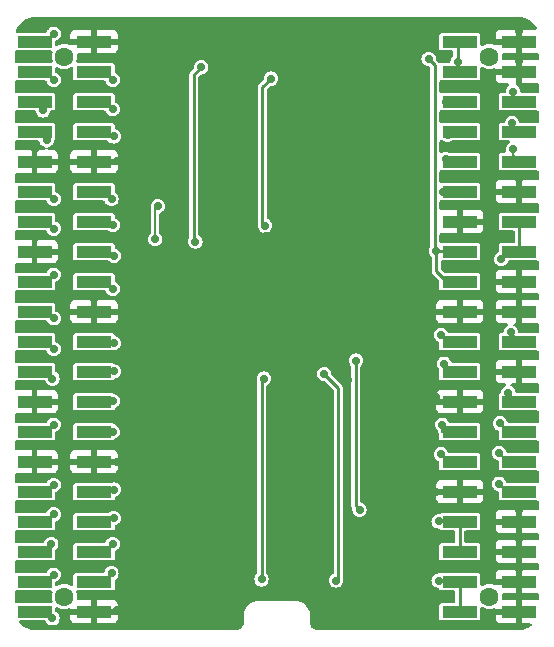
<source format=gbr>
G04 #@! TF.GenerationSoftware,KiCad,Pcbnew,8.0.1-8.0.1-1~ubuntu22.04.1*
G04 #@! TF.CreationDate,2024-04-10T22:34:19-04:00*
G04 #@! TF.ProjectId,breakout-tt4-qfn,62726561-6b6f-4757-942d-7474342d7166,3.3*
G04 #@! TF.SameCoordinates,PX2dc6c00PY42c1d80*
G04 #@! TF.FileFunction,Copper,L2,Bot*
G04 #@! TF.FilePolarity,Positive*
%FSLAX46Y46*%
G04 Gerber Fmt 4.6, Leading zero omitted, Abs format (unit mm)*
G04 Created by KiCad (PCBNEW 8.0.1-8.0.1-1~ubuntu22.04.1) date 2024-04-10 22:34:19*
%MOMM*%
%LPD*%
G01*
G04 APERTURE LIST*
G04 #@! TA.AperFunction,ComponentPad*
%ADD10C,0.620000*%
G04 #@! TD*
G04 #@! TA.AperFunction,WasherPad*
%ADD11C,1.600000*%
G04 #@! TD*
G04 #@! TA.AperFunction,SMDPad,CuDef*
%ADD12R,3.000000X1.000000*%
G04 #@! TD*
G04 #@! TA.AperFunction,ViaPad*
%ADD13C,0.700000*%
G04 #@! TD*
G04 #@! TA.AperFunction,Conductor*
%ADD14C,0.254000*%
G04 #@! TD*
G04 #@! TA.AperFunction,Conductor*
%ADD15C,0.250000*%
G04 #@! TD*
G04 #@! TA.AperFunction,Conductor*
%ADD16C,0.180000*%
G04 #@! TD*
G04 #@! TA.AperFunction,Conductor*
%ADD17C,0.200000*%
G04 #@! TD*
G04 APERTURE END LIST*
D10*
X26600000Y12200000D03*
X21900000Y51800000D03*
X21200000Y26600000D03*
X23800000Y29400000D03*
X40500000Y16900000D03*
X22700000Y6400000D03*
X22800000Y13200000D03*
X20200000Y10600000D03*
X1950000Y38550000D03*
X10100000Y36550000D03*
X9900000Y51800000D03*
X33900000Y49350000D03*
X14600000Y41800000D03*
X14600000Y5250000D03*
X40500000Y41800000D03*
X13900000Y27100000D03*
X10000000Y26600000D03*
X20200000Y18100000D03*
X34650000Y47750000D03*
X22400000Y46000000D03*
X4450000Y44350000D03*
X21200000Y29400000D03*
X1900000Y48900000D03*
X29350000Y46200000D03*
X20400000Y41650000D03*
X30400000Y16200000D03*
X20200000Y5400000D03*
X28500000Y18100000D03*
X20100000Y36500000D03*
X9900000Y5250000D03*
X10900000Y30100000D03*
X14600000Y16300000D03*
X17900000Y700000D03*
X2000000Y5650000D03*
X43800000Y43800000D03*
X4450000Y15800000D03*
X4450000Y7550000D03*
X31000000Y42700000D03*
X26400000Y16700000D03*
X1900000Y51800000D03*
X13900000Y51800000D03*
X35200000Y5400000D03*
X9100000Y11350000D03*
X35100000Y42700000D03*
X14600000Y13700000D03*
X40500000Y5700000D03*
X4450000Y23150000D03*
X40500000Y10700000D03*
X23800000Y26600000D03*
X4450000Y38400000D03*
X40500000Y20800000D03*
X16400000Y46900000D03*
X14700000Y35850000D03*
X17900000Y51800000D03*
X14600000Y8950000D03*
X14600000Y11350000D03*
X16100000Y23000000D03*
X17100000Y17950000D03*
X29900000Y700000D03*
X29700000Y33800000D03*
X34800000Y30500000D03*
X17500000Y20500000D03*
X16400000Y42200000D03*
X29900000Y51800000D03*
X35250000Y23150000D03*
X31000000Y38500000D03*
X1950000Y36150000D03*
X40500000Y46500000D03*
X28600000Y6400000D03*
X31500000Y22000000D03*
X40500000Y36200000D03*
X14800000Y47550000D03*
X5900000Y51800000D03*
X35200000Y13900000D03*
X9100000Y8950000D03*
X40450000Y30750000D03*
X4450000Y28700000D03*
X40500000Y25700000D03*
X25900000Y51800000D03*
X37000000Y38750000D03*
X2000000Y3100000D03*
X33900000Y51800000D03*
X30300000Y11200000D03*
X9150000Y33100000D03*
X37900000Y51800000D03*
X28500000Y14300000D03*
X33500000Y700000D03*
X25900000Y700000D03*
X41900000Y51800000D03*
X31000000Y44300000D03*
X13900000Y1700000D03*
D11*
X40500000Y3140000D03*
X40500000Y48860000D03*
D12*
X37980000Y50130000D03*
X43020000Y50130000D03*
X37980000Y47590000D03*
X43020000Y47590000D03*
X37980000Y45050000D03*
X43020000Y45050000D03*
X37980000Y42510000D03*
X43020000Y42510000D03*
X37980000Y39970000D03*
X43020000Y39970000D03*
X37980000Y37430000D03*
X43020000Y37430000D03*
X37980000Y34890000D03*
X43020000Y34890000D03*
X37980000Y32350000D03*
X43020000Y32350000D03*
X37980000Y29810000D03*
X43020000Y29810000D03*
X37980000Y27270000D03*
X43020000Y27270000D03*
X37980000Y24730000D03*
X43020000Y24730000D03*
X37980000Y22190000D03*
X43020000Y22190000D03*
X37980000Y19650000D03*
X43020000Y19650000D03*
X37980000Y17110000D03*
X43020000Y17110000D03*
X37980000Y14570000D03*
X43020000Y14570000D03*
X37980000Y12030000D03*
X43020000Y12030000D03*
X37980000Y9490000D03*
X43020000Y9490000D03*
X37980000Y6950000D03*
X43020000Y6950000D03*
X37980000Y4410000D03*
X43020000Y4410000D03*
X37980000Y1870000D03*
X43020000Y1870000D03*
D11*
X4500000Y3140000D03*
X4500000Y48860000D03*
D12*
X1980000Y50130000D03*
X7020000Y50130000D03*
X1980000Y47590000D03*
X7020000Y47590000D03*
X1980000Y45050000D03*
X7020000Y45050000D03*
X1980000Y42510000D03*
X7020000Y42510000D03*
X1980000Y39970000D03*
X7020000Y39970000D03*
X1980000Y37430000D03*
X7020000Y37430000D03*
X1980000Y34890000D03*
X7020000Y34890000D03*
X1980000Y32350000D03*
X7020000Y32350000D03*
X1980000Y29810000D03*
X7020000Y29810000D03*
X1980000Y27270000D03*
X7020000Y27270000D03*
X1980000Y24730000D03*
X7020000Y24730000D03*
X1980000Y22190000D03*
X7020000Y22190000D03*
X1980000Y19650000D03*
X7020000Y19650000D03*
X1980000Y17110000D03*
X7020000Y17110000D03*
X1980000Y14570000D03*
X7020000Y14570000D03*
X1980000Y12030000D03*
X7020000Y12030000D03*
X1980000Y9490000D03*
X7020000Y9490000D03*
X1980000Y6950000D03*
X7020000Y6950000D03*
X1980000Y4410000D03*
X7020000Y4410000D03*
X1980000Y1870000D03*
X7020000Y1870000D03*
D13*
X14200000Y25100000D03*
X9000000Y14500000D03*
X2000000Y13250000D03*
X43000000Y3000000D03*
X35100000Y34900000D03*
X16700000Y25550000D03*
X28500000Y21500000D03*
X27100000Y32900000D03*
X28100000Y25700000D03*
X28100000Y27940000D03*
X43000000Y28500000D03*
X43000000Y48500000D03*
X21552289Y33642680D03*
X2000000Y21000000D03*
X7000000Y28300000D03*
X43000000Y10500000D03*
X14900000Y31700000D03*
X2000000Y41000000D03*
X26500000Y20500000D03*
X9000000Y40000000D03*
X30200000Y31700000D03*
X22000000Y20100000D03*
X9000000Y2000000D03*
X16450000Y30250002D03*
X16155025Y34155025D03*
X21400000Y22600000D03*
X43000000Y23500000D03*
X22000000Y36000000D03*
X36000000Y20000000D03*
X43000000Y51000000D03*
X2000000Y33500000D03*
X16482840Y28470000D03*
X36000000Y11970000D03*
X27600000Y33800000D03*
X7000000Y48900000D03*
X43000000Y38500000D03*
X43000000Y8000000D03*
X43000000Y5500000D03*
X15600000Y33200000D03*
X35350000Y48650000D03*
X16100000Y47950000D03*
X36000000Y32400000D03*
X41500000Y31700000D03*
X36200000Y9500000D03*
X29185085Y23122087D03*
X29500000Y10500000D03*
X26500000Y22000000D03*
X21200000Y4600000D03*
X21400000Y21600000D03*
X27500010Y4500000D03*
X36200000Y4500000D03*
X37800000Y48400000D03*
X22000000Y47000016D03*
X21497814Y34550000D03*
X3600000Y12600000D03*
X8600000Y17100000D03*
X3600000Y17700000D03*
X8600000Y19700000D03*
X3500000Y21600000D03*
X8700000Y22200000D03*
X3600000Y24100000D03*
X8700000Y24600000D03*
X3600000Y10100000D03*
X8700000Y12200000D03*
X3400000Y7600000D03*
X8700000Y9800000D03*
X3600000Y5000000D03*
X8600000Y7600000D03*
X3500000Y1300000D03*
X8500000Y5100000D03*
X36400000Y15200000D03*
X41300000Y12700000D03*
X36500000Y17700000D03*
X41300000Y15300000D03*
X36654559Y22854559D03*
X41400000Y17800000D03*
X36400000Y25300000D03*
X42099996Y20400008D03*
X36600000Y37430000D03*
X42300000Y25500000D03*
X42500000Y41000000D03*
X36800000Y40200000D03*
X42400000Y43200000D03*
X36950000Y42250000D03*
X42500000Y45900000D03*
X36800000Y45050000D03*
X8600000Y46900000D03*
X3600000Y50800000D03*
X8600000Y29200000D03*
X8700000Y32000000D03*
X8600000Y34600000D03*
X8500000Y36800000D03*
X12415723Y36198231D03*
X12205025Y33405025D03*
X3600000Y30400000D03*
X3600000Y36800000D03*
X8600000Y44400000D03*
X3600000Y46900000D03*
X3600000Y34300000D03*
X2700000Y44300000D03*
X8700000Y42100000D03*
X3600000Y26700000D03*
X3000000Y41800000D03*
D14*
X37925000Y32400000D02*
X37975000Y32350000D01*
X35873000Y48127000D02*
X35350000Y48650000D01*
X15473000Y47323000D02*
X16100000Y47950000D01*
X35873000Y32527000D02*
X35873000Y48127000D01*
X36000000Y32400000D02*
X37925000Y32400000D01*
X36000000Y30700000D02*
X36890000Y29810000D01*
X15473000Y33327000D02*
X15473000Y47323000D01*
X36000000Y32400000D02*
X36000000Y30700000D01*
X36000000Y32400000D02*
X35873000Y32527000D01*
X36890000Y29810000D02*
X37975000Y29810000D01*
X15600000Y33200000D02*
X15473000Y33327000D01*
X42150000Y32350000D02*
X41500000Y31700000D01*
X43025000Y32355000D02*
X43020000Y32350000D01*
X43025000Y34890000D02*
X43025000Y32355000D01*
X43020000Y32350000D02*
X42150000Y32350000D01*
X37965000Y9500000D02*
X37975000Y9490000D01*
X37975000Y9490000D02*
X37975000Y6950000D01*
X36200000Y9500000D02*
X37965000Y9500000D01*
X29185085Y23122087D02*
X29185085Y10814915D01*
X29185085Y10814915D02*
X29500000Y10500000D01*
X36200000Y4500000D02*
X37885000Y4500000D01*
X27700000Y4699990D02*
X27500010Y4500000D01*
X27700000Y20800000D02*
X27700000Y4699990D01*
X21200000Y21400000D02*
X21200000Y4600000D01*
X26500000Y22000000D02*
X27700000Y20800000D01*
X37885000Y4500000D02*
X37975000Y4410000D01*
X37975000Y4410000D02*
X37975000Y1870000D01*
X21400000Y21600000D02*
X21200000Y21400000D01*
X37800000Y48400000D02*
X37800000Y47765000D01*
D15*
X37800000Y48400000D02*
X37800000Y49955000D01*
X37800000Y49955000D02*
X37975000Y50130000D01*
D14*
X37800000Y47765000D02*
X37975000Y47590000D01*
X21497814Y34550000D02*
X21273000Y34774814D01*
X21273000Y46273016D02*
X22000000Y47000016D01*
X21273000Y34774814D02*
X21273000Y46273016D01*
D16*
X1980000Y12030000D02*
X3130000Y12030000D01*
X3130000Y12030000D02*
X3130000Y12130000D01*
X3130000Y12130000D02*
X3600000Y12600000D01*
D17*
X8600000Y17100000D02*
X7030000Y17100000D01*
X7030000Y17100000D02*
X7020000Y17110000D01*
D16*
X3290000Y17390000D02*
X3600000Y17700000D01*
X1980000Y17110000D02*
X3290000Y17110000D01*
X3290000Y17110000D02*
X3290000Y17390000D01*
D17*
X7070000Y19700000D02*
X7020000Y19650000D01*
X8600000Y19700000D02*
X7070000Y19700000D01*
D16*
X2910000Y22190000D02*
X3500000Y21600000D01*
X1980000Y22190000D02*
X2910000Y22190000D01*
D17*
X7030000Y22200000D02*
X7020000Y22190000D01*
X8700000Y22200000D02*
X7030000Y22200000D01*
D16*
X1980000Y24730000D02*
X2970000Y24730000D01*
X2970000Y24730000D02*
X3600000Y24100000D01*
D17*
X8700000Y24600000D02*
X7150000Y24600000D01*
X7150000Y24600000D02*
X7020000Y24730000D01*
D16*
X2990000Y9490000D02*
X3600000Y10100000D01*
X1980000Y9490000D02*
X2990000Y9490000D01*
X7020000Y12030000D02*
X8530000Y12030000D01*
X8530000Y12030000D02*
X8700000Y12200000D01*
X1980000Y6950000D02*
X3050000Y6950000D01*
X3050000Y6950000D02*
X3050000Y7250000D01*
X3050000Y7250000D02*
X3400000Y7600000D01*
D17*
X8700000Y9800000D02*
X7330000Y9800000D01*
X7330000Y9800000D02*
X7020000Y9490000D01*
D16*
X3210000Y4410000D02*
X3210000Y4610000D01*
X3210000Y4610000D02*
X3600000Y5000000D01*
X1980000Y4410000D02*
X3210000Y4410000D01*
X7020000Y6950000D02*
X7950000Y6950000D01*
X7950000Y6950000D02*
X8600000Y7600000D01*
X3270000Y1530000D02*
X3500000Y1300000D01*
X3270000Y1870000D02*
X3270000Y1530000D01*
X1980000Y1870000D02*
X3270000Y1870000D01*
X8110000Y4410000D02*
X8110000Y4710000D01*
X7020000Y4410000D02*
X8110000Y4410000D01*
X8110000Y4710000D02*
X8500000Y5100000D01*
X37030000Y14570000D02*
X37975000Y14570000D01*
X36400000Y15200000D02*
X37030000Y14570000D01*
X41970000Y12030000D02*
X43025000Y12030000D01*
X41300000Y12700000D02*
X41970000Y12030000D01*
X36510000Y17690000D02*
X36500000Y17700000D01*
X36510000Y17110000D02*
X36510000Y17690000D01*
X37975000Y17110000D02*
X36510000Y17110000D01*
X41830000Y14770000D02*
X41300000Y15300000D01*
X41830000Y14570000D02*
X41830000Y14770000D01*
X43025000Y14570000D02*
X41830000Y14570000D01*
X36654559Y22854559D02*
X37319118Y22190000D01*
X37319118Y22190000D02*
X37975000Y22190000D01*
X42090000Y17110000D02*
X41400000Y17800000D01*
X43025000Y17110000D02*
X42090000Y17110000D01*
X37980000Y24730000D02*
X36970000Y24730000D01*
X36970000Y24730000D02*
X36400000Y25300000D01*
X42100000Y20400004D02*
X42099996Y20400008D01*
X42152918Y20522082D02*
X42152918Y20452930D01*
X43025000Y19650000D02*
X42850004Y19650000D01*
X42100000Y20400000D02*
X42100000Y20400004D01*
X42850004Y19650000D02*
X42099996Y20400008D01*
X42152918Y20452930D02*
X42099996Y20400008D01*
X42300000Y25500000D02*
X42300000Y25455000D01*
X42300000Y25455000D02*
X43025000Y24730000D01*
X42500000Y40495000D02*
X43025000Y39970000D01*
X42500000Y41000000D02*
X42500000Y40495000D01*
X42400000Y43135000D02*
X43025000Y42510000D01*
X42400000Y43200000D02*
X42400000Y43135000D01*
X42500000Y45575000D02*
X43025000Y45050000D01*
X42500000Y45900000D02*
X42500000Y45575000D01*
X7020000Y47590000D02*
X8110000Y47590000D01*
X8110000Y47590000D02*
X8110000Y47390000D01*
X8110000Y47390000D02*
X8600000Y46900000D01*
X3170000Y50370000D02*
X3600000Y50800000D01*
X3170000Y50130000D02*
X3170000Y50370000D01*
X1980000Y50130000D02*
X3170000Y50130000D01*
X8190000Y29610000D02*
X8600000Y29200000D01*
X8190000Y29810000D02*
X8190000Y29610000D01*
X7020000Y29810000D02*
X8190000Y29810000D01*
X7020000Y32350000D02*
X8350000Y32350000D01*
X8350000Y32350000D02*
X8700000Y32000000D01*
X8310000Y34890000D02*
X8600000Y34600000D01*
X7020000Y34890000D02*
X8310000Y34890000D01*
X12415723Y36198231D02*
X12205025Y35987533D01*
X7020000Y37430000D02*
X8070000Y37430000D01*
X8070000Y37230000D02*
X8500000Y36800000D01*
X8070000Y37430000D02*
X8070000Y37230000D01*
X12205025Y35987533D02*
X12205025Y33405025D01*
X1980000Y29810000D02*
X3210000Y29810000D01*
X3210000Y30010000D02*
X3600000Y30400000D01*
X3210000Y29810000D02*
X3210000Y30010000D01*
X1980000Y37430000D02*
X2970000Y37430000D01*
X2970000Y37430000D02*
X3600000Y36800000D01*
X7020000Y45050000D02*
X7950000Y45050000D01*
X7950000Y45050000D02*
X8600000Y44400000D01*
X1980000Y47590000D02*
X2910000Y47590000D01*
X2910000Y47590000D02*
X3600000Y46900000D01*
X3210000Y34890000D02*
X3210000Y34690000D01*
X3210000Y34690000D02*
X3600000Y34300000D01*
X1980000Y34890000D02*
X3210000Y34890000D01*
X2750000Y44350000D02*
X2700000Y44300000D01*
X2750000Y45050000D02*
X2750000Y44350000D01*
X1980000Y45050000D02*
X2750000Y45050000D01*
X7020000Y42510000D02*
X8290000Y42510000D01*
X8290000Y42510000D02*
X8700000Y42100000D01*
D15*
X3230000Y27070000D02*
X3600000Y26700000D01*
X1980000Y27270000D02*
X3230000Y27270000D01*
X3230000Y27270000D02*
X3230000Y27070000D01*
X1980000Y42510000D02*
X2990000Y42510000D01*
X2990000Y41810000D02*
X3000000Y41800000D01*
X2990000Y42510000D02*
X2990000Y41810000D01*
G04 #@! TA.AperFunction,Conductor*
G36*
X43004418Y52199184D02*
G01*
X43233020Y52182835D01*
X43250529Y52180317D01*
X43470144Y52132542D01*
X43487103Y52127563D01*
X43697694Y52049017D01*
X43713777Y52041673D01*
X43911036Y51933960D01*
X43925919Y51924395D01*
X44105836Y51789711D01*
X44119207Y51778125D01*
X44278124Y51619208D01*
X44289710Y51605837D01*
X44424394Y51425920D01*
X44433957Y51411041D01*
X44487259Y51313426D01*
X44502111Y51245155D01*
X44477695Y51179690D01*
X44421761Y51137819D01*
X44378427Y51130000D01*
X43270000Y51130000D01*
X43270000Y49130000D01*
X44567823Y49130000D01*
X44568869Y49130056D01*
X44569106Y49130000D01*
X44571149Y49130000D01*
X44571149Y49129518D01*
X44636865Y49113984D01*
X44685378Y49063702D01*
X44699500Y49006233D01*
X44699500Y48713768D01*
X44679815Y48646729D01*
X44627011Y48600974D01*
X44571149Y48590372D01*
X44571149Y48590000D01*
X44569193Y48590000D01*
X44568898Y48589944D01*
X44567848Y48590000D01*
X43270000Y48590000D01*
X43270000Y46590000D01*
X44567823Y46590000D01*
X44568869Y46590056D01*
X44569106Y46590000D01*
X44571149Y46590000D01*
X44571149Y46589518D01*
X44636865Y46573984D01*
X44685378Y46523702D01*
X44699500Y46466233D01*
X44699500Y45924876D01*
X44679815Y45857837D01*
X44627011Y45812082D01*
X44557853Y45802138D01*
X44551317Y45803257D01*
X44545067Y45804500D01*
X44545066Y45804500D01*
X43231034Y45804500D01*
X43163995Y45824185D01*
X43118240Y45876989D01*
X43108095Y45912314D01*
X43105173Y45934504D01*
X43088940Y46057806D01*
X43028030Y46204858D01*
X42931134Y46331134D01*
X42805660Y46427415D01*
X42764460Y46483840D01*
X42760305Y46553586D01*
X42770000Y46571093D01*
X42770000Y47340000D01*
X41020000Y47340000D01*
X41020000Y47042156D01*
X41026401Y46982628D01*
X41026403Y46982621D01*
X41076645Y46847914D01*
X41076649Y46847907D01*
X41162809Y46732813D01*
X41162812Y46732810D01*
X41277906Y46646650D01*
X41277913Y46646646D01*
X41412620Y46596404D01*
X41412627Y46596402D01*
X41472155Y46590001D01*
X41472172Y46590000D01*
X42040934Y46590000D01*
X42107973Y46570315D01*
X42153728Y46517511D01*
X42163672Y46448353D01*
X42134647Y46384797D01*
X42116420Y46367624D01*
X42068867Y46331136D01*
X41971968Y46204856D01*
X41911061Y46057810D01*
X41911060Y46057805D01*
X41891905Y45912314D01*
X41863638Y45848418D01*
X41805313Y45809947D01*
X41768966Y45804500D01*
X41494936Y45804500D01*
X41420698Y45789734D01*
X41336515Y45733485D01*
X41280266Y45649301D01*
X41280264Y45649297D01*
X41265500Y45575072D01*
X41265500Y44524937D01*
X41280266Y44450699D01*
X41336515Y44366516D01*
X41370234Y44343986D01*
X41420699Y44310266D01*
X41420702Y44310266D01*
X41420703Y44310265D01*
X41437058Y44307012D01*
X41494933Y44295500D01*
X44545066Y44295501D01*
X44551305Y44296742D01*
X44620896Y44290518D01*
X44676075Y44247657D01*
X44699322Y44181768D01*
X44699500Y44175126D01*
X44699500Y43384876D01*
X44679815Y43317837D01*
X44627011Y43272082D01*
X44557853Y43262138D01*
X44551317Y43263257D01*
X44545067Y43264500D01*
X44545066Y43264500D01*
X43109089Y43264500D01*
X43042050Y43284185D01*
X42996295Y43336989D01*
X42989312Y43356413D01*
X42988941Y43357795D01*
X42988940Y43357806D01*
X42928030Y43504858D01*
X42831134Y43631134D01*
X42704858Y43728030D01*
X42704857Y43728031D01*
X42704855Y43728032D01*
X42557809Y43788939D01*
X42557807Y43788940D01*
X42557806Y43788940D01*
X42478903Y43799328D01*
X42400001Y43809716D01*
X42399999Y43809716D01*
X42242194Y43788940D01*
X42242190Y43788939D01*
X42095144Y43728032D01*
X41968866Y43631134D01*
X41871968Y43504856D01*
X41811058Y43357804D01*
X41810683Y43356401D01*
X41810043Y43355352D01*
X41807950Y43350298D01*
X41807161Y43350625D01*
X41774316Y43296742D01*
X41711467Y43266216D01*
X41690911Y43264500D01*
X41494936Y43264500D01*
X41420698Y43249734D01*
X41336515Y43193485D01*
X41280266Y43109301D01*
X41280264Y43109297D01*
X41265500Y43035072D01*
X41265500Y41984937D01*
X41280266Y41910699D01*
X41336515Y41826516D01*
X41370234Y41803986D01*
X41420699Y41770266D01*
X41420702Y41770266D01*
X41420703Y41770265D01*
X41437058Y41767012D01*
X41494933Y41755500D01*
X42126359Y41755501D01*
X42193396Y41735817D01*
X42239151Y41683013D01*
X42249095Y41613854D01*
X42220070Y41550298D01*
X42200651Y41534200D01*
X42201590Y41532977D01*
X42195144Y41528031D01*
X42195142Y41528030D01*
X42068866Y41431134D01*
X41971968Y41304856D01*
X41911061Y41157810D01*
X41911060Y41157806D01*
X41890284Y41000001D01*
X41890284Y41000000D01*
X41908099Y40864686D01*
X41897334Y40795651D01*
X41850954Y40743395D01*
X41785160Y40724500D01*
X41494936Y40724500D01*
X41420698Y40709734D01*
X41336515Y40653485D01*
X41280266Y40569301D01*
X41280264Y40569297D01*
X41265500Y40495072D01*
X41265500Y39444937D01*
X41280266Y39370699D01*
X41336515Y39286516D01*
X41370234Y39263986D01*
X41420699Y39230266D01*
X41420702Y39230266D01*
X41420703Y39230265D01*
X41437058Y39227012D01*
X41494933Y39215500D01*
X44545066Y39215501D01*
X44551305Y39216742D01*
X44620896Y39210518D01*
X44676075Y39167657D01*
X44699322Y39101768D01*
X44699500Y39095126D01*
X44699500Y38553768D01*
X44679815Y38486729D01*
X44627011Y38440974D01*
X44571149Y38430372D01*
X44571149Y38430000D01*
X44569193Y38430000D01*
X44568898Y38429944D01*
X44567848Y38430000D01*
X43270000Y38430000D01*
X43270000Y36430000D01*
X44567823Y36430000D01*
X44568869Y36430056D01*
X44569106Y36430000D01*
X44571149Y36430000D01*
X44571149Y36429518D01*
X44636865Y36413984D01*
X44685378Y36363702D01*
X44699500Y36306233D01*
X44699500Y35764876D01*
X44679815Y35697837D01*
X44627011Y35652082D01*
X44557853Y35642138D01*
X44551317Y35643257D01*
X44545067Y35644500D01*
X44545065Y35644500D01*
X41494936Y35644500D01*
X41420698Y35629734D01*
X41336515Y35573485D01*
X41280266Y35489301D01*
X41280264Y35489297D01*
X41265500Y35415072D01*
X41265500Y34364937D01*
X41280266Y34290699D01*
X41336515Y34206516D01*
X41370234Y34183986D01*
X41420699Y34150266D01*
X41420702Y34150266D01*
X41420703Y34150265D01*
X41445666Y34145300D01*
X41494933Y34135500D01*
X42519500Y34135501D01*
X42586539Y34115817D01*
X42632294Y34063013D01*
X42643500Y34011501D01*
X42643500Y33228500D01*
X42623815Y33161461D01*
X42571011Y33115706D01*
X42519500Y33104500D01*
X41494936Y33104500D01*
X41420698Y33089734D01*
X41336515Y33033485D01*
X41280266Y32949301D01*
X41280264Y32949297D01*
X41265500Y32875072D01*
X41265500Y32340027D01*
X41245815Y32272988D01*
X41200991Y32234148D01*
X41202178Y32232092D01*
X41195145Y32228033D01*
X41068866Y32131134D01*
X40971968Y32004856D01*
X40911061Y31857810D01*
X40911060Y31857806D01*
X40890284Y31700000D01*
X40907548Y31568866D01*
X40911060Y31542195D01*
X40911061Y31542191D01*
X40971968Y31395145D01*
X40971969Y31395143D01*
X40971970Y31395142D01*
X41068866Y31268866D01*
X41195142Y31171970D01*
X41342194Y31111060D01*
X41481640Y31092702D01*
X41499999Y31090284D01*
X41500000Y31090284D01*
X41500001Y31090284D01*
X41516446Y31092450D01*
X41657806Y31111060D01*
X41804858Y31171970D01*
X41931134Y31268866D01*
X42028030Y31395142D01*
X42042974Y31431223D01*
X42079314Y31518953D01*
X42123155Y31573357D01*
X42189449Y31595422D01*
X42193875Y31595501D01*
X44545066Y31595501D01*
X44551305Y31596742D01*
X44620896Y31590518D01*
X44676075Y31547657D01*
X44699322Y31481768D01*
X44699500Y31475126D01*
X44699500Y30933768D01*
X44679815Y30866729D01*
X44627011Y30820974D01*
X44571149Y30810372D01*
X44571149Y30810000D01*
X44569193Y30810000D01*
X44568898Y30809944D01*
X44567848Y30810000D01*
X43270000Y30810000D01*
X43270000Y28810000D01*
X44567823Y28810000D01*
X44568869Y28810056D01*
X44569106Y28810000D01*
X44571149Y28810000D01*
X44571149Y28809518D01*
X44636865Y28793984D01*
X44685378Y28743702D01*
X44699500Y28686233D01*
X44699500Y28393768D01*
X44679815Y28326729D01*
X44627011Y28280974D01*
X44571149Y28270372D01*
X44571149Y28270000D01*
X44569193Y28270000D01*
X44568898Y28269944D01*
X44567848Y28270000D01*
X43270000Y28270000D01*
X43270000Y26270000D01*
X44567823Y26270000D01*
X44568869Y26270056D01*
X44569106Y26270000D01*
X44571149Y26270000D01*
X44571149Y26269518D01*
X44636865Y26253984D01*
X44685378Y26203702D01*
X44699500Y26146233D01*
X44699500Y25604876D01*
X44679815Y25537837D01*
X44627011Y25492082D01*
X44557853Y25482138D01*
X44551317Y25483257D01*
X44545067Y25484500D01*
X44545066Y25484500D01*
X43020501Y25484500D01*
X42953462Y25504185D01*
X42907707Y25556989D01*
X42897562Y25592315D01*
X42895908Y25604875D01*
X42888940Y25657806D01*
X42828030Y25804858D01*
X42731134Y25931134D01*
X42604858Y26028030D01*
X42604857Y26028031D01*
X42600463Y26029851D01*
X42596627Y26031440D01*
X42542225Y26075278D01*
X42520159Y26141572D01*
X42537437Y26209272D01*
X42588574Y26256883D01*
X42644080Y26270000D01*
X42770000Y26270000D01*
X42770000Y27020000D01*
X41020000Y27020000D01*
X41020000Y26722156D01*
X41026401Y26662628D01*
X41026403Y26662621D01*
X41076645Y26527914D01*
X41076649Y26527907D01*
X41162809Y26412813D01*
X41162812Y26412810D01*
X41277906Y26326650D01*
X41277913Y26326646D01*
X41412620Y26276404D01*
X41412627Y26276402D01*
X41472155Y26270001D01*
X41472172Y26270000D01*
X41955920Y26270000D01*
X42022959Y26250315D01*
X42068714Y26197511D01*
X42078658Y26128353D01*
X42049633Y26064797D01*
X42003372Y26031440D01*
X42000587Y26030286D01*
X41995142Y26028031D01*
X41868866Y25931134D01*
X41771968Y25804856D01*
X41711061Y25657810D01*
X41711060Y25657806D01*
X41702437Y25592313D01*
X41674169Y25528417D01*
X41615844Y25489946D01*
X41579499Y25484500D01*
X41494936Y25484500D01*
X41420698Y25469734D01*
X41336515Y25413485D01*
X41280266Y25329301D01*
X41280264Y25329297D01*
X41265500Y25255072D01*
X41265500Y24204937D01*
X41280266Y24130699D01*
X41336515Y24046516D01*
X41370234Y24023986D01*
X41420699Y23990266D01*
X41420702Y23990266D01*
X41420703Y23990265D01*
X41445666Y23985300D01*
X41494933Y23975500D01*
X44545066Y23975501D01*
X44551305Y23976742D01*
X44620896Y23970518D01*
X44676075Y23927657D01*
X44699322Y23861768D01*
X44699500Y23855126D01*
X44699500Y23313768D01*
X44679815Y23246729D01*
X44627011Y23200974D01*
X44571149Y23190372D01*
X44571149Y23190000D01*
X44569193Y23190000D01*
X44568898Y23189944D01*
X44567848Y23190000D01*
X43270000Y23190000D01*
X43270000Y21190000D01*
X44567823Y21190000D01*
X44568869Y21190056D01*
X44569106Y21190000D01*
X44571149Y21190000D01*
X44571149Y21189518D01*
X44636865Y21173984D01*
X44685378Y21123702D01*
X44699500Y21066233D01*
X44699500Y20524876D01*
X44679815Y20457837D01*
X44627011Y20412082D01*
X44557853Y20402138D01*
X44551317Y20403257D01*
X44545067Y20404500D01*
X44545066Y20404500D01*
X42817865Y20404500D01*
X42750826Y20424185D01*
X42705071Y20476989D01*
X42694926Y20512315D01*
X42688936Y20557813D01*
X42688934Y20557818D01*
X42674214Y20593355D01*
X42628026Y20704866D01*
X42531130Y20831142D01*
X42404854Y20928038D01*
X42404853Y20928039D01*
X42404851Y20928040D01*
X42348359Y20951439D01*
X42293955Y20995280D01*
X42271890Y21061574D01*
X42289169Y21129273D01*
X42340306Y21176884D01*
X42395811Y21190000D01*
X42770000Y21190000D01*
X42770000Y21940000D01*
X41020000Y21940000D01*
X41020000Y21642156D01*
X41026401Y21582628D01*
X41026403Y21582621D01*
X41076645Y21447914D01*
X41076649Y21447907D01*
X41162809Y21332813D01*
X41162812Y21332810D01*
X41277906Y21246650D01*
X41277913Y21246646D01*
X41412620Y21196404D01*
X41412627Y21196402D01*
X41472155Y21190001D01*
X41472172Y21190000D01*
X41804181Y21190000D01*
X41871220Y21170315D01*
X41916975Y21117511D01*
X41926919Y21048353D01*
X41897894Y20984797D01*
X41851633Y20951439D01*
X41795140Y20928040D01*
X41668862Y20831142D01*
X41571964Y20704864D01*
X41511057Y20557818D01*
X41511056Y20557814D01*
X41502207Y20490603D01*
X41473940Y20426707D01*
X41426727Y20392231D01*
X41420699Y20389734D01*
X41336515Y20333485D01*
X41280266Y20249301D01*
X41280264Y20249297D01*
X41265500Y20175072D01*
X41265500Y19124937D01*
X41280266Y19050699D01*
X41336515Y18966516D01*
X41370234Y18943986D01*
X41420699Y18910266D01*
X41420702Y18910266D01*
X41420703Y18910265D01*
X41445666Y18905300D01*
X41494933Y18895500D01*
X44545066Y18895501D01*
X44551305Y18896742D01*
X44620896Y18890518D01*
X44676075Y18847657D01*
X44699322Y18781768D01*
X44699500Y18775126D01*
X44699500Y17984876D01*
X44679815Y17917837D01*
X44627011Y17872082D01*
X44557853Y17862138D01*
X44551317Y17863257D01*
X44545067Y17864500D01*
X44545066Y17864500D01*
X42109089Y17864500D01*
X42042050Y17884185D01*
X41996295Y17936989D01*
X41989312Y17956413D01*
X41988941Y17957795D01*
X41988940Y17957806D01*
X41928030Y18104858D01*
X41831134Y18231134D01*
X41704858Y18328030D01*
X41704857Y18328031D01*
X41704855Y18328032D01*
X41557809Y18388939D01*
X41557807Y18388940D01*
X41557806Y18388940D01*
X41478903Y18399328D01*
X41400001Y18409716D01*
X41399999Y18409716D01*
X41242194Y18388940D01*
X41242190Y18388939D01*
X41095144Y18328032D01*
X40968866Y18231134D01*
X40871968Y18104856D01*
X40811061Y17957810D01*
X40811060Y17957806D01*
X40790284Y17800001D01*
X40790284Y17800000D01*
X40811060Y17642195D01*
X40811061Y17642191D01*
X40871968Y17495145D01*
X40871969Y17495143D01*
X40871970Y17495142D01*
X40968866Y17368866D01*
X41095142Y17271970D01*
X41095143Y17271970D01*
X41095144Y17271969D01*
X41188952Y17233113D01*
X41243356Y17189273D01*
X41265421Y17122979D01*
X41265500Y17118552D01*
X41265500Y16584937D01*
X41280266Y16510699D01*
X41336515Y16426516D01*
X41370234Y16403986D01*
X41420699Y16370266D01*
X41420702Y16370266D01*
X41420703Y16370265D01*
X41445666Y16365300D01*
X41494933Y16355500D01*
X44545066Y16355501D01*
X44551305Y16356742D01*
X44620896Y16350518D01*
X44676075Y16307657D01*
X44699322Y16241768D01*
X44699500Y16235126D01*
X44699500Y15444876D01*
X44679815Y15377837D01*
X44627011Y15332082D01*
X44557853Y15322138D01*
X44551317Y15323257D01*
X44545067Y15324500D01*
X44545066Y15324500D01*
X42015235Y15324500D01*
X41948196Y15344185D01*
X41902441Y15396989D01*
X41892296Y15432314D01*
X41890642Y15444876D01*
X41888940Y15457806D01*
X41828030Y15604858D01*
X41731134Y15731134D01*
X41604858Y15828030D01*
X41604857Y15828031D01*
X41604855Y15828032D01*
X41457809Y15888939D01*
X41457807Y15888940D01*
X41457806Y15888940D01*
X41378903Y15899328D01*
X41300001Y15909716D01*
X41299999Y15909716D01*
X41142194Y15888940D01*
X41142190Y15888939D01*
X40995144Y15828032D01*
X40868866Y15731134D01*
X40771968Y15604856D01*
X40711061Y15457810D01*
X40711060Y15457806D01*
X40691566Y15309734D01*
X40690284Y15300000D01*
X40706428Y15177373D01*
X40711060Y15142195D01*
X40711061Y15142191D01*
X40771968Y14995145D01*
X40771969Y14995143D01*
X40771970Y14995142D01*
X40868866Y14868866D01*
X40995142Y14771970D01*
X41142194Y14711060D01*
X41157684Y14709021D01*
X41221581Y14680756D01*
X41260053Y14622432D01*
X41265500Y14586082D01*
X41265500Y14044937D01*
X41280266Y13970699D01*
X41336515Y13886516D01*
X41370234Y13863986D01*
X41420699Y13830266D01*
X41420702Y13830266D01*
X41420703Y13830265D01*
X41445666Y13825300D01*
X41494933Y13815500D01*
X44545066Y13815501D01*
X44551305Y13816742D01*
X44620896Y13810518D01*
X44676075Y13767657D01*
X44699322Y13701768D01*
X44699500Y13695126D01*
X44699500Y12904876D01*
X44679815Y12837837D01*
X44627011Y12792082D01*
X44557853Y12782138D01*
X44551317Y12783257D01*
X44545067Y12784500D01*
X44545066Y12784500D01*
X42002158Y12784500D01*
X41935119Y12804185D01*
X41889364Y12856989D01*
X41887597Y12861048D01*
X41876768Y12887191D01*
X41860812Y12925713D01*
X41828031Y13004856D01*
X41828030Y13004857D01*
X41828030Y13004858D01*
X41731134Y13131134D01*
X41604858Y13228030D01*
X41604857Y13228031D01*
X41604855Y13228032D01*
X41457809Y13288939D01*
X41457807Y13288940D01*
X41457806Y13288940D01*
X41378903Y13299328D01*
X41300001Y13309716D01*
X41299999Y13309716D01*
X41142194Y13288940D01*
X41142190Y13288939D01*
X40995144Y13228032D01*
X40868866Y13131134D01*
X40771968Y13004856D01*
X40711061Y12857810D01*
X40711060Y12857806D01*
X40690284Y12700001D01*
X40690284Y12700000D01*
X40711060Y12542195D01*
X40711061Y12542191D01*
X40771968Y12395145D01*
X40771969Y12395143D01*
X40771970Y12395142D01*
X40868866Y12268866D01*
X40995142Y12171970D01*
X41142194Y12111060D01*
X41157684Y12109021D01*
X41221581Y12080756D01*
X41260053Y12022432D01*
X41265500Y11986082D01*
X41265500Y11504937D01*
X41280266Y11430699D01*
X41336515Y11346516D01*
X41370234Y11323986D01*
X41420699Y11290266D01*
X41420702Y11290266D01*
X41420703Y11290265D01*
X41445666Y11285300D01*
X41494933Y11275500D01*
X44545066Y11275501D01*
X44551305Y11276742D01*
X44620896Y11270518D01*
X44676075Y11227657D01*
X44699322Y11161768D01*
X44699500Y11155126D01*
X44699500Y10613768D01*
X44679815Y10546729D01*
X44627011Y10500974D01*
X44571149Y10490372D01*
X44571149Y10490000D01*
X44569193Y10490000D01*
X44568898Y10489944D01*
X44567848Y10490000D01*
X43270000Y10490000D01*
X43270000Y8490000D01*
X44567823Y8490000D01*
X44568869Y8490056D01*
X44569106Y8490000D01*
X44571149Y8490000D01*
X44571149Y8489518D01*
X44636865Y8473984D01*
X44685378Y8423702D01*
X44699500Y8366233D01*
X44699500Y8073768D01*
X44679815Y8006729D01*
X44627011Y7960974D01*
X44571149Y7950372D01*
X44571149Y7950000D01*
X44569193Y7950000D01*
X44568898Y7949944D01*
X44567848Y7950000D01*
X43270000Y7950000D01*
X43270000Y5950000D01*
X44567823Y5950000D01*
X44568869Y5950056D01*
X44569106Y5950000D01*
X44571149Y5950000D01*
X44571149Y5949518D01*
X44636865Y5933984D01*
X44685378Y5883702D01*
X44699500Y5826233D01*
X44699500Y5533768D01*
X44679815Y5466729D01*
X44627011Y5420974D01*
X44571149Y5410372D01*
X44571149Y5410000D01*
X44569193Y5410000D01*
X44568898Y5409944D01*
X44567848Y5410000D01*
X43270000Y5410000D01*
X43270000Y3410000D01*
X44567823Y3410000D01*
X44568869Y3410056D01*
X44569106Y3410000D01*
X44571149Y3410000D01*
X44571149Y3409518D01*
X44636865Y3393984D01*
X44685378Y3343702D01*
X44699500Y3286233D01*
X44699500Y2993768D01*
X44679815Y2926729D01*
X44627011Y2880974D01*
X44571149Y2870372D01*
X44571149Y2870000D01*
X44569193Y2870000D01*
X44568898Y2869944D01*
X44567848Y2870000D01*
X43270000Y2870000D01*
X43270000Y870000D01*
X43946625Y870000D01*
X44013664Y850315D01*
X44059419Y797511D01*
X44069363Y728353D01*
X44040338Y664797D01*
X44020940Y646738D01*
X43973708Y611379D01*
X43925919Y575605D01*
X43911036Y566041D01*
X43713782Y458331D01*
X43697688Y450981D01*
X43487112Y372441D01*
X43470137Y367457D01*
X43250529Y319684D01*
X43233017Y317166D01*
X43004418Y300816D01*
X42995572Y300500D01*
X26006093Y300500D01*
X25993939Y301097D01*
X25943081Y306107D01*
X25875688Y312744D01*
X25851848Y317486D01*
X25743997Y350202D01*
X25721541Y359504D01*
X25622150Y412630D01*
X25601940Y426134D01*
X25514820Y497631D01*
X25497630Y514821D01*
X25426133Y601941D01*
X25412629Y622151D01*
X25389834Y664797D01*
X25359501Y721547D01*
X25350201Y743998D01*
X25317483Y851855D01*
X25312744Y875683D01*
X25301097Y993939D01*
X25300500Y1006093D01*
X25300500Y1602352D01*
X25268477Y1804535D01*
X25205218Y1999224D01*
X25153483Y2100758D01*
X25112287Y2181610D01*
X25089015Y2213642D01*
X24991971Y2347214D01*
X24847213Y2491972D01*
X24681613Y2612285D01*
X24681612Y2612286D01*
X24681610Y2612287D01*
X24619007Y2644185D01*
X24499223Y2705219D01*
X24304534Y2768478D01*
X24129995Y2796122D01*
X24102352Y2800500D01*
X24039562Y2800500D01*
X21047595Y2800500D01*
X21000000Y2800500D01*
X20897648Y2800500D01*
X20873329Y2796649D01*
X20695465Y2768478D01*
X20500776Y2705219D01*
X20318386Y2612285D01*
X20152786Y2491972D01*
X20008028Y2347214D01*
X19887715Y2181614D01*
X19794781Y1999224D01*
X19731522Y1804535D01*
X19699500Y1602352D01*
X19699500Y1006093D01*
X19698903Y993938D01*
X19687256Y875689D01*
X19682514Y851849D01*
X19649798Y743998D01*
X19640495Y721539D01*
X19587370Y622151D01*
X19573866Y601941D01*
X19502369Y514821D01*
X19485179Y497631D01*
X19398059Y426134D01*
X19377849Y412630D01*
X19278461Y359505D01*
X19256002Y350202D01*
X19148151Y317486D01*
X19124311Y312744D01*
X19037215Y304166D01*
X19006060Y301097D01*
X18993907Y300500D01*
X2004428Y300500D01*
X1995582Y300816D01*
X1766982Y317166D01*
X1749470Y319684D01*
X1529862Y367457D01*
X1512887Y372441D01*
X1302311Y450981D01*
X1286217Y458331D01*
X1088963Y566041D01*
X1074080Y575606D01*
X894163Y710290D01*
X880792Y721876D01*
X721875Y880793D01*
X710294Y894157D01*
X693050Y917193D01*
X668634Y982654D01*
X683485Y1050927D01*
X732891Y1100333D01*
X792318Y1115501D01*
X2839262Y1115501D01*
X2906301Y1095816D01*
X2952056Y1043012D01*
X2953823Y1038953D01*
X2971968Y995145D01*
X2971969Y995143D01*
X2971970Y995142D01*
X3068866Y868866D01*
X3195142Y771970D01*
X3342194Y711060D01*
X3481640Y692702D01*
X3499999Y690284D01*
X3500000Y690284D01*
X3500001Y690284D01*
X3516446Y692450D01*
X3657806Y711060D01*
X3804858Y771970D01*
X3931134Y868866D01*
X4028030Y995142D01*
X4088940Y1142194D01*
X4109716Y1300000D01*
X4088940Y1457806D01*
X4028030Y1604858D01*
X4016411Y1620000D01*
X5020000Y1620000D01*
X5020000Y1322156D01*
X5026401Y1262628D01*
X5026403Y1262621D01*
X5076645Y1127914D01*
X5076649Y1127907D01*
X5162809Y1012813D01*
X5162812Y1012810D01*
X5277906Y926650D01*
X5277913Y926646D01*
X5412620Y876404D01*
X5412627Y876402D01*
X5472155Y870001D01*
X5472172Y870000D01*
X6770000Y870000D01*
X6770000Y1620000D01*
X7270000Y1620000D01*
X7270000Y870000D01*
X8567828Y870000D01*
X8567844Y870001D01*
X8627372Y876402D01*
X8627379Y876404D01*
X8762086Y926646D01*
X8762093Y926650D01*
X8877187Y1012810D01*
X8877190Y1012813D01*
X8963350Y1127907D01*
X8963354Y1127914D01*
X9013596Y1262621D01*
X9013598Y1262628D01*
X9019999Y1322156D01*
X9020000Y1322173D01*
X9020000Y1620000D01*
X7270000Y1620000D01*
X6770000Y1620000D01*
X5020000Y1620000D01*
X4016411Y1620000D01*
X3931134Y1731134D01*
X3804858Y1828030D01*
X3804857Y1828031D01*
X3804854Y1828033D01*
X3797819Y1832094D01*
X3799406Y1834844D01*
X3756632Y1869324D01*
X3734577Y1935621D01*
X3734499Y1940028D01*
X3734499Y2146603D01*
X3754184Y2213642D01*
X3806988Y2259397D01*
X3876146Y2269341D01*
X3916950Y2255962D01*
X4094508Y2161055D01*
X4293282Y2100758D01*
X4500000Y2080398D01*
X4706718Y2100758D01*
X4890729Y2156578D01*
X4960593Y2157200D01*
X5014403Y2125597D01*
X5020000Y2120000D01*
X6770000Y2120000D01*
X6770000Y2870000D01*
X7270000Y2870000D01*
X7270000Y2120000D01*
X9020000Y2120000D01*
X9020000Y2417828D01*
X9019999Y2417845D01*
X9013598Y2477373D01*
X9013596Y2477380D01*
X8963354Y2612087D01*
X8963350Y2612094D01*
X8877190Y2727188D01*
X8877187Y2727191D01*
X8762093Y2813351D01*
X8762086Y2813355D01*
X8627379Y2863597D01*
X8627372Y2863599D01*
X8567844Y2870000D01*
X7270000Y2870000D01*
X6770000Y2870000D01*
X5669822Y2870000D01*
X5602783Y2889685D01*
X5557028Y2942489D01*
X5546419Y3006154D01*
X5559602Y3140000D01*
X5539242Y3346718D01*
X5494106Y3495510D01*
X5493484Y3565372D01*
X5530732Y3624485D01*
X5594026Y3654076D01*
X5612755Y3655501D01*
X8545066Y3655501D01*
X8619301Y3670266D01*
X8703484Y3726516D01*
X8759734Y3810699D01*
X8774500Y3884933D01*
X8774499Y4487526D01*
X8794183Y4554564D01*
X8823009Y4585899D01*
X8841386Y4600000D01*
X20590284Y4600000D01*
X20611060Y4442195D01*
X20611061Y4442191D01*
X20671968Y4295145D01*
X20671969Y4295143D01*
X20671970Y4295142D01*
X20768866Y4168866D01*
X20895142Y4071970D01*
X20895143Y4071970D01*
X20895144Y4071969D01*
X20908686Y4066360D01*
X21042194Y4011060D01*
X21181640Y3992702D01*
X21199999Y3990284D01*
X21200000Y3990284D01*
X21200001Y3990284D01*
X21216446Y3992450D01*
X21357806Y4011060D01*
X21504858Y4071970D01*
X21631134Y4168866D01*
X21728030Y4295142D01*
X21788940Y4442194D01*
X21809716Y4600000D01*
X21788940Y4757806D01*
X21728030Y4904858D01*
X21631134Y5031134D01*
X21631132Y5031136D01*
X21631131Y5031137D01*
X21630013Y5031995D01*
X21629306Y5032963D01*
X21625388Y5036881D01*
X21625999Y5037493D01*
X21588810Y5088423D01*
X21581500Y5130370D01*
X21581500Y20938020D01*
X21601185Y21005059D01*
X21653989Y21050814D01*
X21658013Y21052567D01*
X21704858Y21071970D01*
X21831134Y21168866D01*
X21928030Y21295142D01*
X21988940Y21442194D01*
X22009716Y21600000D01*
X21988940Y21757806D01*
X21932224Y21894733D01*
X21928031Y21904856D01*
X21928030Y21904857D01*
X21928030Y21904858D01*
X21855024Y22000000D01*
X25890284Y22000000D01*
X25911060Y21842195D01*
X25911061Y21842191D01*
X25971968Y21695145D01*
X25971969Y21695143D01*
X25971970Y21695142D01*
X26068866Y21568866D01*
X26195142Y21471970D01*
X26342194Y21411060D01*
X26500000Y21390284D01*
X26501392Y21390468D01*
X26502569Y21390284D01*
X26508129Y21390284D01*
X26508129Y21389418D01*
X26570425Y21379709D01*
X26605267Y21355211D01*
X27282181Y20678297D01*
X27315666Y20616974D01*
X27318500Y20590616D01*
X27318500Y5161977D01*
X27298815Y5094938D01*
X27246011Y5049183D01*
X27241954Y5047416D01*
X27195152Y5028030D01*
X27068876Y4931134D01*
X26971978Y4804856D01*
X26911071Y4657810D01*
X26911070Y4657806D01*
X26903460Y4600000D01*
X26890294Y4500000D01*
X26897904Y4442194D01*
X26911070Y4342195D01*
X26911071Y4342191D01*
X26971978Y4195145D01*
X26971979Y4195143D01*
X26971980Y4195142D01*
X27068876Y4068866D01*
X27195152Y3971970D01*
X27342204Y3911060D01*
X27474504Y3893642D01*
X27500009Y3890284D01*
X27500010Y3890284D01*
X27500011Y3890284D01*
X27516456Y3892450D01*
X27657816Y3911060D01*
X27804868Y3971970D01*
X27931144Y4068866D01*
X28028040Y4195142D01*
X28088950Y4342194D01*
X28109726Y4500000D01*
X35590284Y4500000D01*
X35597894Y4442194D01*
X35611060Y4342195D01*
X35611061Y4342191D01*
X35671968Y4195145D01*
X35671969Y4195143D01*
X35671970Y4195142D01*
X35768866Y4068866D01*
X35895142Y3971970D01*
X36042194Y3911060D01*
X36136996Y3898579D01*
X36200892Y3870312D01*
X36233375Y3821066D01*
X36235592Y3821984D01*
X36240266Y3810699D01*
X36296515Y3726516D01*
X36330234Y3703986D01*
X36380699Y3670266D01*
X36380702Y3670266D01*
X36380703Y3670265D01*
X36405666Y3665300D01*
X36454933Y3655500D01*
X37469500Y3655501D01*
X37536539Y3635817D01*
X37582294Y3583013D01*
X37593500Y3531501D01*
X37593500Y2748500D01*
X37573815Y2681461D01*
X37521011Y2635706D01*
X37469500Y2624500D01*
X36454936Y2624500D01*
X36380698Y2609734D01*
X36296515Y2553485D01*
X36240266Y2469301D01*
X36240264Y2469297D01*
X36225500Y2395072D01*
X36225500Y1344937D01*
X36240266Y1270699D01*
X36296515Y1186516D01*
X36330234Y1163986D01*
X36380699Y1130266D01*
X36380702Y1130266D01*
X36380703Y1130265D01*
X36405666Y1125300D01*
X36454933Y1115500D01*
X39505066Y1115501D01*
X39579301Y1130266D01*
X39663484Y1186516D01*
X39719734Y1270699D01*
X39734500Y1344933D01*
X39734500Y1620000D01*
X41020000Y1620000D01*
X41020000Y1322156D01*
X41026401Y1262628D01*
X41026403Y1262621D01*
X41076645Y1127914D01*
X41076649Y1127907D01*
X41162809Y1012813D01*
X41162812Y1012810D01*
X41277906Y926650D01*
X41277913Y926646D01*
X41412620Y876404D01*
X41412627Y876402D01*
X41472155Y870001D01*
X41472172Y870000D01*
X42770000Y870000D01*
X42770000Y1620000D01*
X41020000Y1620000D01*
X39734500Y1620000D01*
X39734499Y2146603D01*
X39754183Y2213641D01*
X39806987Y2259396D01*
X39876146Y2269340D01*
X39916952Y2255960D01*
X40094503Y2161057D01*
X40094505Y2161057D01*
X40094508Y2161055D01*
X40293282Y2100758D01*
X40500000Y2080398D01*
X40706718Y2100758D01*
X40890729Y2156578D01*
X40960593Y2157200D01*
X41014403Y2125597D01*
X41020000Y2120000D01*
X42770000Y2120000D01*
X42770000Y2870000D01*
X41669822Y2870000D01*
X41602783Y2889685D01*
X41557028Y2942489D01*
X41546419Y3006154D01*
X41559602Y3140000D01*
X41546419Y3273847D01*
X41559438Y3342492D01*
X41607503Y3393202D01*
X41669822Y3410000D01*
X42770000Y3410000D01*
X42770000Y4160000D01*
X41019999Y4160000D01*
X41014402Y4154403D01*
X40953079Y4120918D01*
X40890727Y4123424D01*
X40706716Y4179243D01*
X40500000Y4199602D01*
X40293283Y4179243D01*
X40094503Y4118944D01*
X39916952Y4024041D01*
X39848549Y4009799D01*
X39783305Y4034799D01*
X39741935Y4091105D01*
X39734499Y4133395D01*
X39734499Y4660000D01*
X41020000Y4660000D01*
X42770000Y4660000D01*
X42770000Y5410000D01*
X41472155Y5410000D01*
X41412627Y5403599D01*
X41412620Y5403597D01*
X41277913Y5353355D01*
X41277906Y5353351D01*
X41162812Y5267191D01*
X41162809Y5267188D01*
X41076649Y5152094D01*
X41076645Y5152087D01*
X41026403Y5017380D01*
X41026401Y5017373D01*
X41020000Y4957845D01*
X41020000Y4660000D01*
X39734499Y4660000D01*
X39734499Y4935066D01*
X39719734Y5009301D01*
X39694266Y5047416D01*
X39663484Y5093485D01*
X39608281Y5130370D01*
X39579301Y5149734D01*
X39579299Y5149735D01*
X39579296Y5149736D01*
X39505069Y5164500D01*
X36454936Y5164500D01*
X36380697Y5149734D01*
X36380693Y5149732D01*
X36339725Y5122358D01*
X36273048Y5101481D01*
X36254652Y5102522D01*
X36200004Y5109716D01*
X36199999Y5109716D01*
X36042194Y5088940D01*
X36042190Y5088939D01*
X35895144Y5028032D01*
X35768866Y4931134D01*
X35671968Y4804856D01*
X35611061Y4657810D01*
X35611060Y4657806D01*
X35603450Y4600000D01*
X35590284Y4500000D01*
X28109726Y4500000D01*
X28088950Y4657806D01*
X28088949Y4657808D01*
X28088949Y4657811D01*
X28086846Y4665661D01*
X28088341Y4666062D01*
X28081501Y4700456D01*
X28081501Y4757810D01*
X28081500Y4757828D01*
X28081500Y9500000D01*
X35590284Y9500000D01*
X35607548Y9368866D01*
X35611060Y9342195D01*
X35611061Y9342191D01*
X35671968Y9195145D01*
X35671969Y9195143D01*
X35671970Y9195142D01*
X35768866Y9068866D01*
X35895142Y8971970D01*
X35895143Y8971970D01*
X35895144Y8971969D01*
X35944159Y8951667D01*
X36042194Y8911060D01*
X36188751Y8891765D01*
X36252647Y8863498D01*
X36275666Y8837718D01*
X36296514Y8806517D01*
X36300500Y8803854D01*
X36380699Y8750266D01*
X36380702Y8750266D01*
X36380703Y8750265D01*
X36405666Y8745300D01*
X36454933Y8735500D01*
X37469500Y8735501D01*
X37536539Y8715817D01*
X37582294Y8663013D01*
X37593500Y8611501D01*
X37593500Y7828500D01*
X37573815Y7761461D01*
X37521011Y7715706D01*
X37469500Y7704500D01*
X36454936Y7704500D01*
X36380698Y7689734D01*
X36296515Y7633485D01*
X36240266Y7549301D01*
X36240264Y7549297D01*
X36225500Y7475072D01*
X36225500Y6424937D01*
X36240266Y6350699D01*
X36296515Y6266516D01*
X36330234Y6243986D01*
X36380699Y6210266D01*
X36380702Y6210266D01*
X36380703Y6210265D01*
X36405666Y6205300D01*
X36454933Y6195500D01*
X39505066Y6195501D01*
X39579301Y6210266D01*
X39663484Y6266516D01*
X39719734Y6350699D01*
X39734500Y6424933D01*
X39734500Y6700000D01*
X41020000Y6700000D01*
X41020000Y6402156D01*
X41026401Y6342628D01*
X41026403Y6342621D01*
X41076645Y6207914D01*
X41076649Y6207907D01*
X41162809Y6092813D01*
X41162812Y6092810D01*
X41277906Y6006650D01*
X41277913Y6006646D01*
X41412620Y5956404D01*
X41412627Y5956402D01*
X41472155Y5950001D01*
X41472172Y5950000D01*
X42770000Y5950000D01*
X42770000Y6700000D01*
X41020000Y6700000D01*
X39734500Y6700000D01*
X39734499Y7200000D01*
X41020000Y7200000D01*
X42770000Y7200000D01*
X42770000Y7950000D01*
X41472155Y7950000D01*
X41412627Y7943599D01*
X41412620Y7943597D01*
X41277913Y7893355D01*
X41277906Y7893351D01*
X41162812Y7807191D01*
X41162809Y7807188D01*
X41076649Y7692094D01*
X41076645Y7692087D01*
X41026403Y7557380D01*
X41026401Y7557373D01*
X41020000Y7497845D01*
X41020000Y7200000D01*
X39734499Y7200000D01*
X39734499Y7475066D01*
X39719734Y7549301D01*
X39685857Y7600001D01*
X39663484Y7633485D01*
X39613019Y7667204D01*
X39579301Y7689734D01*
X39579299Y7689735D01*
X39579296Y7689736D01*
X39505071Y7704500D01*
X39505067Y7704500D01*
X38480500Y7704500D01*
X38413461Y7724185D01*
X38367706Y7776989D01*
X38356500Y7828500D01*
X38356500Y8611501D01*
X38376185Y8678540D01*
X38428989Y8724295D01*
X38480500Y8735501D01*
X39505064Y8735501D01*
X39505066Y8735501D01*
X39579301Y8750266D01*
X39663484Y8806516D01*
X39719734Y8890699D01*
X39734500Y8964933D01*
X39734500Y9240000D01*
X41020000Y9240000D01*
X41020000Y8942156D01*
X41026401Y8882628D01*
X41026403Y8882621D01*
X41076645Y8747914D01*
X41076649Y8747907D01*
X41162809Y8632813D01*
X41162812Y8632810D01*
X41277906Y8546650D01*
X41277913Y8546646D01*
X41412620Y8496404D01*
X41412627Y8496402D01*
X41472155Y8490001D01*
X41472172Y8490000D01*
X42770000Y8490000D01*
X42770000Y9240000D01*
X41020000Y9240000D01*
X39734500Y9240000D01*
X39734499Y9740000D01*
X41020000Y9740000D01*
X42770000Y9740000D01*
X42770000Y10490000D01*
X41472155Y10490000D01*
X41412627Y10483599D01*
X41412620Y10483597D01*
X41277913Y10433355D01*
X41277906Y10433351D01*
X41162812Y10347191D01*
X41162809Y10347188D01*
X41076649Y10232094D01*
X41076645Y10232087D01*
X41026403Y10097380D01*
X41026401Y10097373D01*
X41020000Y10037845D01*
X41020000Y9740000D01*
X39734499Y9740000D01*
X39734499Y10015066D01*
X39719734Y10089301D01*
X39669681Y10164210D01*
X39663484Y10173485D01*
X39613019Y10207204D01*
X39579301Y10229734D01*
X39579299Y10229735D01*
X39579296Y10229736D01*
X39505069Y10244500D01*
X36454936Y10244500D01*
X36380698Y10229734D01*
X36296514Y10173484D01*
X36290318Y10164210D01*
X36236704Y10119406D01*
X36203404Y10110165D01*
X36063920Y10091801D01*
X36042194Y10088940D01*
X36042193Y10088940D01*
X36042190Y10088939D01*
X35895144Y10028032D01*
X35768866Y9931134D01*
X35671968Y9804856D01*
X35611061Y9657810D01*
X35611060Y9657806D01*
X35590284Y9500000D01*
X28081500Y9500000D01*
X28081500Y20850223D01*
X28081500Y20850225D01*
X28055501Y20947254D01*
X28018663Y21011060D01*
X28005277Y21034246D01*
X27929916Y21109607D01*
X27929905Y21109617D01*
X27144789Y21894733D01*
X27111304Y21956056D01*
X27109813Y21991871D01*
X27109716Y21991871D01*
X27109716Y21994194D01*
X27109532Y21998605D01*
X27109716Y22000000D01*
X27088940Y22157806D01*
X27028030Y22304858D01*
X26931134Y22431134D01*
X26804858Y22528030D01*
X26804857Y22528031D01*
X26804855Y22528032D01*
X26657809Y22588939D01*
X26657807Y22588940D01*
X26657806Y22588940D01*
X26578903Y22599328D01*
X26500001Y22609716D01*
X26499999Y22609716D01*
X26342194Y22588940D01*
X26342190Y22588939D01*
X26195144Y22528032D01*
X26068866Y22431134D01*
X25971968Y22304856D01*
X25911061Y22157810D01*
X25911060Y22157806D01*
X25890284Y22000001D01*
X25890284Y22000000D01*
X21855024Y22000000D01*
X21831134Y22031134D01*
X21704858Y22128030D01*
X21704857Y22128031D01*
X21704855Y22128032D01*
X21557809Y22188939D01*
X21557807Y22188940D01*
X21557806Y22188940D01*
X21473791Y22200001D01*
X21400001Y22209716D01*
X21399999Y22209716D01*
X21242194Y22188940D01*
X21242190Y22188939D01*
X21095144Y22128032D01*
X20968866Y22031134D01*
X20871968Y21904856D01*
X20811061Y21757810D01*
X20811060Y21757806D01*
X20790284Y21600000D01*
X20809997Y21450265D01*
X20811060Y21442195D01*
X20813164Y21434343D01*
X20811662Y21433941D01*
X20818500Y21399568D01*
X20818500Y5130370D01*
X20798815Y5063331D01*
X20774544Y5036949D01*
X20774612Y5036881D01*
X20772987Y5035257D01*
X20769987Y5031995D01*
X20768868Y5031137D01*
X20671968Y4904856D01*
X20611061Y4757810D01*
X20611060Y4757806D01*
X20590284Y4600001D01*
X20590284Y4600000D01*
X8841386Y4600000D01*
X8931134Y4668866D01*
X9028030Y4795142D01*
X9088940Y4942194D01*
X9109716Y5100000D01*
X9088940Y5257806D01*
X9028552Y5403597D01*
X9028031Y5404856D01*
X9028030Y5404857D01*
X9028030Y5404858D01*
X8931134Y5531134D01*
X8804858Y5628030D01*
X8804857Y5628031D01*
X8804855Y5628032D01*
X8657809Y5688939D01*
X8657807Y5688940D01*
X8657806Y5688940D01*
X8578903Y5699328D01*
X8500001Y5709716D01*
X8499999Y5709716D01*
X8342194Y5688940D01*
X8342190Y5688939D01*
X8195144Y5628032D01*
X8068866Y5531134D01*
X7971968Y5404856D01*
X7911058Y5257804D01*
X7910683Y5256401D01*
X7910043Y5255352D01*
X7907950Y5250298D01*
X7907161Y5250625D01*
X7874316Y5196742D01*
X7811467Y5166216D01*
X7790910Y5164500D01*
X5494936Y5164500D01*
X5420698Y5149734D01*
X5336515Y5093485D01*
X5280266Y5009301D01*
X5280264Y5009297D01*
X5265500Y4935072D01*
X5265500Y4133399D01*
X5245815Y4066360D01*
X5193011Y4020605D01*
X5123853Y4010661D01*
X5083047Y4024041D01*
X4905496Y4118944D01*
X4706716Y4179243D01*
X4500000Y4199602D01*
X4293283Y4179243D01*
X4094503Y4118944D01*
X3916952Y4024041D01*
X3848549Y4009799D01*
X3783305Y4034799D01*
X3741935Y4091105D01*
X3734499Y4133397D01*
X3734499Y4318553D01*
X3754184Y4385591D01*
X3806988Y4431346D01*
X3810991Y4433090D01*
X3904858Y4471970D01*
X4031134Y4568866D01*
X4128030Y4695142D01*
X4188940Y4842194D01*
X4209716Y5000000D01*
X4208491Y5009301D01*
X4201378Y5063331D01*
X4188940Y5157806D01*
X4128030Y5304858D01*
X4031134Y5431134D01*
X3904858Y5528030D01*
X3904857Y5528031D01*
X3904855Y5528032D01*
X3757809Y5588939D01*
X3757807Y5588940D01*
X3757806Y5588940D01*
X3678903Y5599328D01*
X3600001Y5609716D01*
X3599999Y5609716D01*
X3442194Y5588940D01*
X3442190Y5588939D01*
X3295144Y5528032D01*
X3215254Y5466729D01*
X3168866Y5431134D01*
X3109181Y5353351D01*
X3071968Y5304855D01*
X3045538Y5241047D01*
X3001697Y5186644D01*
X2935402Y5164579D01*
X2930977Y5164500D01*
X454934Y5164500D01*
X454928Y5164499D01*
X448686Y5163257D01*
X379095Y5169487D01*
X323919Y5212352D01*
X300677Y5278243D01*
X300500Y5284875D01*
X300500Y6075125D01*
X320185Y6142164D01*
X372989Y6187919D01*
X442147Y6197863D01*
X448657Y6196749D01*
X454933Y6195500D01*
X3505066Y6195501D01*
X3579301Y6210266D01*
X3663484Y6266516D01*
X3719734Y6350699D01*
X3734500Y6424933D01*
X3734500Y6424937D01*
X5265500Y6424937D01*
X5280266Y6350699D01*
X5336515Y6266516D01*
X5370234Y6243986D01*
X5420699Y6210266D01*
X5420702Y6210266D01*
X5420703Y6210265D01*
X5445666Y6205300D01*
X5494933Y6195500D01*
X8545066Y6195501D01*
X8619301Y6210266D01*
X8703484Y6266516D01*
X8759734Y6350699D01*
X8774500Y6424933D01*
X8774499Y6935121D01*
X8794183Y7002159D01*
X8846987Y7047914D01*
X8851047Y7049681D01*
X8883158Y7062982D01*
X8904858Y7071970D01*
X9031134Y7168866D01*
X9128030Y7295142D01*
X9188940Y7442194D01*
X9209716Y7600000D01*
X9188940Y7757806D01*
X9128030Y7904858D01*
X9031134Y8031134D01*
X8904858Y8128030D01*
X8904857Y8128031D01*
X8904855Y8128032D01*
X8757809Y8188939D01*
X8757807Y8188940D01*
X8757806Y8188940D01*
X8678903Y8199328D01*
X8600001Y8209716D01*
X8599999Y8209716D01*
X8442194Y8188940D01*
X8442190Y8188939D01*
X8295144Y8128032D01*
X8168866Y8031134D01*
X8071969Y7904857D01*
X8020686Y7781047D01*
X7976845Y7726644D01*
X7910551Y7704579D01*
X7906125Y7704500D01*
X5494936Y7704500D01*
X5420698Y7689734D01*
X5336515Y7633485D01*
X5280266Y7549301D01*
X5280264Y7549297D01*
X5265500Y7475072D01*
X5265500Y6424937D01*
X3734500Y6424937D01*
X3734499Y7033567D01*
X3754183Y7100605D01*
X3783010Y7131940D01*
X3831134Y7168866D01*
X3928030Y7295142D01*
X3988940Y7442194D01*
X4009716Y7600000D01*
X3988940Y7757806D01*
X3928030Y7904858D01*
X3831134Y8031134D01*
X3704858Y8128030D01*
X3704857Y8128031D01*
X3704855Y8128032D01*
X3557809Y8188939D01*
X3557807Y8188940D01*
X3557806Y8188940D01*
X3478903Y8199328D01*
X3400001Y8209716D01*
X3399999Y8209716D01*
X3242194Y8188940D01*
X3242190Y8188939D01*
X3095144Y8128032D01*
X2968866Y8031134D01*
X2871969Y7904857D01*
X2820686Y7781047D01*
X2776845Y7726644D01*
X2710551Y7704579D01*
X2706125Y7704500D01*
X454934Y7704500D01*
X454928Y7704499D01*
X448686Y7703257D01*
X379095Y7709487D01*
X323919Y7752352D01*
X300677Y7818243D01*
X300500Y7824875D01*
X300500Y8615125D01*
X320185Y8682164D01*
X372989Y8727919D01*
X442147Y8737863D01*
X448657Y8736749D01*
X454933Y8735500D01*
X3505066Y8735501D01*
X3579301Y8750266D01*
X3663484Y8806516D01*
X3719734Y8890699D01*
X3734500Y8964933D01*
X3734500Y8964937D01*
X5265500Y8964937D01*
X5280266Y8890699D01*
X5336515Y8806516D01*
X5370234Y8783986D01*
X5420699Y8750266D01*
X5420702Y8750266D01*
X5420703Y8750265D01*
X5445666Y8745300D01*
X5494933Y8735500D01*
X8545066Y8735501D01*
X8619301Y8750266D01*
X8703484Y8806516D01*
X8759734Y8890699D01*
X8774500Y8964933D01*
X8774499Y9093700D01*
X8794183Y9160738D01*
X8846987Y9206493D01*
X8851047Y9208260D01*
X8944277Y9246878D01*
X9004858Y9271970D01*
X9131134Y9368866D01*
X9228030Y9495142D01*
X9288940Y9642194D01*
X9309716Y9800000D01*
X9309076Y9804858D01*
X9307298Y9818360D01*
X9288940Y9957806D01*
X9234623Y10088940D01*
X9228031Y10104856D01*
X9228030Y10104857D01*
X9228030Y10104858D01*
X9131134Y10231134D01*
X9004858Y10328030D01*
X9004857Y10328031D01*
X9004855Y10328032D01*
X8857809Y10388939D01*
X8857807Y10388940D01*
X8857806Y10388940D01*
X8736915Y10404856D01*
X8700001Y10409716D01*
X8699999Y10409716D01*
X8542194Y10388940D01*
X8542190Y10388939D01*
X8395143Y10328031D01*
X8395141Y10328030D01*
X8319676Y10270124D01*
X8254506Y10244930D01*
X8244190Y10244500D01*
X5494936Y10244500D01*
X5420698Y10229734D01*
X5336515Y10173485D01*
X5280266Y10089301D01*
X5280264Y10089297D01*
X5265500Y10015072D01*
X5265500Y8964937D01*
X3734500Y8964937D01*
X3734499Y9418553D01*
X3754183Y9485591D01*
X3806987Y9531346D01*
X3810990Y9533090D01*
X3904858Y9571970D01*
X4031134Y9668866D01*
X4128030Y9795142D01*
X4188940Y9942194D01*
X4209716Y10100000D01*
X4209076Y10104858D01*
X4200041Y10173485D01*
X4188940Y10257806D01*
X4128030Y10404858D01*
X4031134Y10531134D01*
X3904858Y10628030D01*
X3904857Y10628031D01*
X3904855Y10628032D01*
X3757809Y10688939D01*
X3757807Y10688940D01*
X3757806Y10688940D01*
X3678903Y10699328D01*
X3600001Y10709716D01*
X3599999Y10709716D01*
X3442194Y10688940D01*
X3442190Y10688939D01*
X3295144Y10628032D01*
X3168866Y10531134D01*
X3071968Y10404856D01*
X3037255Y10321048D01*
X2993415Y10266644D01*
X2927121Y10244579D01*
X2922694Y10244500D01*
X454934Y10244500D01*
X454928Y10244499D01*
X448686Y10243257D01*
X379095Y10249487D01*
X323919Y10292352D01*
X300677Y10358243D01*
X300500Y10364875D01*
X300500Y11155125D01*
X320185Y11222164D01*
X372989Y11267919D01*
X442147Y11277863D01*
X448657Y11276749D01*
X454933Y11275500D01*
X3505066Y11275501D01*
X3579301Y11290266D01*
X3663484Y11346516D01*
X3719734Y11430699D01*
X3734500Y11504933D01*
X3734500Y11504937D01*
X5265500Y11504937D01*
X5280266Y11430699D01*
X5336515Y11346516D01*
X5370234Y11323986D01*
X5420699Y11290266D01*
X5420702Y11290266D01*
X5420703Y11290265D01*
X5445666Y11285300D01*
X5494933Y11275500D01*
X8545066Y11275501D01*
X8619301Y11290266D01*
X8703484Y11346516D01*
X8759734Y11430699D01*
X8774500Y11504933D01*
X8774499Y11504941D01*
X8774569Y11505632D01*
X8774708Y11505977D01*
X8775689Y11510908D01*
X8776624Y11510722D01*
X8800728Y11570420D01*
X8850520Y11608042D01*
X8890978Y11624801D01*
X9004858Y11671970D01*
X9131134Y11768866D01*
X9228030Y11895142D01*
X9288940Y12042194D01*
X9309716Y12200000D01*
X9288940Y12357806D01*
X9228030Y12504858D01*
X9131134Y12631134D01*
X9004858Y12728030D01*
X9004857Y12728031D01*
X9004855Y12728032D01*
X8857809Y12788939D01*
X8857807Y12788940D01*
X8857806Y12788940D01*
X8778903Y12799328D01*
X8700001Y12809716D01*
X8699999Y12809716D01*
X8542193Y12788940D01*
X8541385Y12788723D01*
X8509299Y12784500D01*
X5494936Y12784500D01*
X5420698Y12769734D01*
X5336515Y12713485D01*
X5280266Y12629301D01*
X5280264Y12629297D01*
X5265500Y12555072D01*
X5265500Y11504937D01*
X3734500Y11504937D01*
X3734499Y11918553D01*
X3754183Y11985591D01*
X3806987Y12031346D01*
X3810990Y12033090D01*
X3904858Y12071970D01*
X4031134Y12168866D01*
X4128030Y12295142D01*
X4188940Y12442194D01*
X4209716Y12600000D01*
X4188940Y12757806D01*
X4128030Y12904858D01*
X4031134Y13031134D01*
X3904858Y13128030D01*
X3904857Y13128031D01*
X3904855Y13128032D01*
X3757809Y13188939D01*
X3757807Y13188940D01*
X3757806Y13188940D01*
X3678903Y13199328D01*
X3600001Y13209716D01*
X3599999Y13209716D01*
X3442194Y13188940D01*
X3442190Y13188939D01*
X3295144Y13128032D01*
X3168866Y13031134D01*
X3071970Y12904858D01*
X3071969Y12904857D01*
X3071969Y12904856D01*
X3053822Y12861046D01*
X3009980Y12806643D01*
X2943686Y12784579D01*
X2939261Y12784500D01*
X454934Y12784500D01*
X454928Y12784499D01*
X448686Y12783257D01*
X379095Y12789487D01*
X323919Y12832352D01*
X300677Y12898243D01*
X300500Y12904875D01*
X300500Y13446233D01*
X320185Y13513272D01*
X372989Y13559027D01*
X428851Y13569624D01*
X428851Y13570000D01*
X430836Y13570000D01*
X431131Y13570056D01*
X432177Y13570000D01*
X1730000Y13570000D01*
X1730000Y14320000D01*
X2230000Y14320000D01*
X2230000Y13570000D01*
X3527828Y13570000D01*
X3527844Y13570001D01*
X3587372Y13576402D01*
X3587379Y13576404D01*
X3722086Y13626646D01*
X3722093Y13626650D01*
X3837187Y13712810D01*
X3837190Y13712813D01*
X3923350Y13827907D01*
X3923354Y13827914D01*
X3973596Y13962621D01*
X3973598Y13962628D01*
X3979999Y14022156D01*
X3980000Y14022173D01*
X3980000Y14320000D01*
X5020000Y14320000D01*
X5020000Y14022156D01*
X5026401Y13962628D01*
X5026403Y13962621D01*
X5076645Y13827914D01*
X5076649Y13827907D01*
X5162809Y13712813D01*
X5162812Y13712810D01*
X5277906Y13626650D01*
X5277913Y13626646D01*
X5412620Y13576404D01*
X5412627Y13576402D01*
X5472155Y13570001D01*
X5472172Y13570000D01*
X6770000Y13570000D01*
X6770000Y14320000D01*
X7270000Y14320000D01*
X7270000Y13570000D01*
X8567828Y13570000D01*
X8567844Y13570001D01*
X8627372Y13576402D01*
X8627379Y13576404D01*
X8762086Y13626646D01*
X8762093Y13626650D01*
X8877187Y13712810D01*
X8877190Y13712813D01*
X8963350Y13827907D01*
X8963354Y13827914D01*
X9013596Y13962621D01*
X9013598Y13962628D01*
X9019999Y14022156D01*
X9020000Y14022173D01*
X9020000Y14320000D01*
X7270000Y14320000D01*
X6770000Y14320000D01*
X5020000Y14320000D01*
X3980000Y14320000D01*
X2230000Y14320000D01*
X1730000Y14320000D01*
X1730000Y15570000D01*
X2230000Y15570000D01*
X2230000Y14820000D01*
X3980000Y14820000D01*
X5020000Y14820000D01*
X6770000Y14820000D01*
X6770000Y15570000D01*
X7270000Y15570000D01*
X7270000Y14820000D01*
X9020000Y14820000D01*
X9020000Y15117828D01*
X9019999Y15117845D01*
X9013598Y15177373D01*
X9013596Y15177380D01*
X8963354Y15312087D01*
X8963350Y15312094D01*
X8877190Y15427188D01*
X8877187Y15427191D01*
X8762093Y15513351D01*
X8762086Y15513355D01*
X8627379Y15563597D01*
X8627372Y15563599D01*
X8567844Y15570000D01*
X7270000Y15570000D01*
X6770000Y15570000D01*
X5472155Y15570000D01*
X5412627Y15563599D01*
X5412620Y15563597D01*
X5277913Y15513355D01*
X5277906Y15513351D01*
X5162812Y15427191D01*
X5162809Y15427188D01*
X5076649Y15312094D01*
X5076645Y15312087D01*
X5026403Y15177380D01*
X5026401Y15177373D01*
X5020000Y15117845D01*
X5020000Y14820000D01*
X3980000Y14820000D01*
X3980000Y15117828D01*
X3979999Y15117845D01*
X3973598Y15177373D01*
X3973596Y15177380D01*
X3923354Y15312087D01*
X3923350Y15312094D01*
X3837190Y15427188D01*
X3837187Y15427191D01*
X3722093Y15513351D01*
X3722086Y15513355D01*
X3587379Y15563597D01*
X3587372Y15563599D01*
X3527844Y15570000D01*
X2230000Y15570000D01*
X1730000Y15570000D01*
X432152Y15570000D01*
X431102Y15569944D01*
X430865Y15570000D01*
X428851Y15570000D01*
X428851Y15570477D01*
X363110Y15586031D01*
X314608Y15636324D01*
X300500Y15693768D01*
X300500Y16235125D01*
X320185Y16302164D01*
X372989Y16347919D01*
X442147Y16357863D01*
X448657Y16356749D01*
X454933Y16355500D01*
X3505066Y16355501D01*
X3579301Y16370266D01*
X3663484Y16426516D01*
X3719734Y16510699D01*
X3734500Y16584933D01*
X3734500Y16584937D01*
X5265500Y16584937D01*
X5280266Y16510699D01*
X5336515Y16426516D01*
X5370234Y16403986D01*
X5420699Y16370266D01*
X5420702Y16370266D01*
X5420703Y16370265D01*
X5445666Y16365300D01*
X5494933Y16355500D01*
X8545066Y16355501D01*
X8619301Y16370266D01*
X8703484Y16426516D01*
X8739908Y16481029D01*
X8793520Y16525833D01*
X8795454Y16526655D01*
X8904858Y16571970D01*
X9031134Y16668866D01*
X9128030Y16795142D01*
X9188940Y16942194D01*
X9209716Y17100000D01*
X9188940Y17257806D01*
X9142938Y17368867D01*
X9128031Y17404856D01*
X9128030Y17404857D01*
X9128030Y17404858D01*
X9031134Y17531134D01*
X8904858Y17628030D01*
X8904857Y17628031D01*
X8904855Y17628032D01*
X8814035Y17665650D01*
X8759631Y17709491D01*
X8758385Y17711320D01*
X8703484Y17793485D01*
X8653019Y17827204D01*
X8619301Y17849734D01*
X8619299Y17849735D01*
X8619296Y17849736D01*
X8545069Y17864500D01*
X5494936Y17864500D01*
X5420698Y17849734D01*
X5336515Y17793485D01*
X5280266Y17709301D01*
X5280264Y17709297D01*
X5265500Y17635072D01*
X5265500Y16584937D01*
X3734500Y16584937D01*
X3734499Y17018553D01*
X3754183Y17085591D01*
X3806987Y17131346D01*
X3810990Y17133090D01*
X3904858Y17171970D01*
X4031134Y17268866D01*
X4128030Y17395142D01*
X4188940Y17542194D01*
X4209716Y17700000D01*
X4208491Y17709301D01*
X4197408Y17793485D01*
X4188940Y17857806D01*
X4128030Y18004858D01*
X4031134Y18131134D01*
X3904858Y18228030D01*
X3904857Y18228031D01*
X3904855Y18228032D01*
X3757809Y18288939D01*
X3757807Y18288940D01*
X3757806Y18288940D01*
X3678903Y18299328D01*
X3600001Y18309716D01*
X3599999Y18309716D01*
X3442194Y18288940D01*
X3442190Y18288939D01*
X3295144Y18228032D01*
X3168866Y18131134D01*
X3071968Y18004855D01*
X3045538Y17941047D01*
X3001697Y17886644D01*
X2935402Y17864579D01*
X2930977Y17864500D01*
X454934Y17864500D01*
X454928Y17864499D01*
X448686Y17863257D01*
X379095Y17869487D01*
X323919Y17912352D01*
X300677Y17978243D01*
X300500Y17984875D01*
X300500Y18526233D01*
X320185Y18593272D01*
X372989Y18639027D01*
X428851Y18649624D01*
X428851Y18650000D01*
X430836Y18650000D01*
X431131Y18650056D01*
X432177Y18650000D01*
X1730000Y18650000D01*
X1730000Y19400000D01*
X2230000Y19400000D01*
X2230000Y18650000D01*
X3527828Y18650000D01*
X3527844Y18650001D01*
X3587372Y18656402D01*
X3587379Y18656404D01*
X3722086Y18706646D01*
X3722093Y18706650D01*
X3837187Y18792810D01*
X3837190Y18792813D01*
X3923350Y18907907D01*
X3923354Y18907914D01*
X3973596Y19042621D01*
X3973598Y19042628D01*
X3979999Y19102156D01*
X3980000Y19102173D01*
X3980000Y19124937D01*
X5265500Y19124937D01*
X5280266Y19050699D01*
X5336515Y18966516D01*
X5370234Y18943986D01*
X5420699Y18910266D01*
X5420702Y18910266D01*
X5420703Y18910265D01*
X5445666Y18905300D01*
X5494933Y18895500D01*
X8545066Y18895501D01*
X8619301Y18910266D01*
X8703484Y18966516D01*
X8759734Y19050699D01*
X8760060Y19052342D01*
X8761758Y19055587D01*
X8764408Y19061984D01*
X8764980Y19061748D01*
X8792441Y19114251D01*
X8834222Y19142713D01*
X8904858Y19171970D01*
X9031134Y19268866D01*
X9128030Y19395142D01*
X9188940Y19542194D01*
X9209716Y19700000D01*
X9188940Y19857806D01*
X9128030Y20004858D01*
X9031134Y20131134D01*
X8904858Y20228030D01*
X8904857Y20228031D01*
X8904855Y20228032D01*
X8758601Y20288611D01*
X8712791Y20325525D01*
X8712117Y20324850D01*
X8705841Y20331126D01*
X8704197Y20332451D01*
X8703514Y20333453D01*
X8703481Y20333487D01*
X8653110Y20367143D01*
X8619301Y20389734D01*
X8619299Y20389735D01*
X8619296Y20389736D01*
X8545069Y20404500D01*
X5494936Y20404500D01*
X5420698Y20389734D01*
X5336515Y20333485D01*
X5280266Y20249301D01*
X5280264Y20249297D01*
X5265500Y20175072D01*
X5265500Y19124937D01*
X3980000Y19124937D01*
X3980000Y19400000D01*
X2230000Y19400000D01*
X1730000Y19400000D01*
X1730000Y20650000D01*
X2230000Y20650000D01*
X2230000Y19900000D01*
X3980000Y19900000D01*
X3980000Y20197828D01*
X3979999Y20197845D01*
X3973598Y20257373D01*
X3973596Y20257380D01*
X3923354Y20392087D01*
X3923350Y20392094D01*
X3837190Y20507188D01*
X3837187Y20507191D01*
X3722093Y20593351D01*
X3722086Y20593355D01*
X3587379Y20643597D01*
X3587372Y20643599D01*
X3527844Y20650000D01*
X2230000Y20650000D01*
X1730000Y20650000D01*
X432152Y20650000D01*
X431102Y20649944D01*
X430865Y20650000D01*
X428851Y20650000D01*
X428851Y20650477D01*
X363110Y20666031D01*
X314608Y20716324D01*
X300500Y20773768D01*
X300500Y21315125D01*
X320185Y21382164D01*
X372989Y21427919D01*
X442147Y21437863D01*
X448657Y21436749D01*
X454933Y21435500D01*
X2830977Y21435501D01*
X2898016Y21415816D01*
X2943771Y21363013D01*
X2945538Y21358954D01*
X2963693Y21315125D01*
X2971970Y21295142D01*
X3068866Y21168866D01*
X3195142Y21071970D01*
X3195143Y21071970D01*
X3195144Y21071969D01*
X3241949Y21052582D01*
X3342194Y21011060D01*
X3481640Y20992702D01*
X3499999Y20990284D01*
X3500000Y20990284D01*
X3500001Y20990284D01*
X3516446Y20992450D01*
X3657806Y21011060D01*
X3804858Y21071970D01*
X3931134Y21168866D01*
X4028030Y21295142D01*
X4088940Y21442194D01*
X4109716Y21600000D01*
X4101167Y21664937D01*
X5265500Y21664937D01*
X5280266Y21590699D01*
X5336515Y21506516D01*
X5370234Y21483986D01*
X5420699Y21450266D01*
X5420702Y21450266D01*
X5420703Y21450265D01*
X5445666Y21445300D01*
X5494933Y21435500D01*
X8545066Y21435501D01*
X8619301Y21450266D01*
X8703484Y21506516D01*
X8733978Y21552154D01*
X8787590Y21596958D01*
X8820894Y21606201D01*
X8857806Y21611060D01*
X9004858Y21671970D01*
X9131134Y21768866D01*
X9228030Y21895142D01*
X9288940Y22042194D01*
X9309716Y22200000D01*
X9288940Y22357806D01*
X9228030Y22504858D01*
X9131134Y22631134D01*
X9004858Y22728030D01*
X9004857Y22728031D01*
X9004855Y22728032D01*
X8857807Y22788940D01*
X8806238Y22795730D01*
X8742342Y22823998D01*
X8719326Y22849775D01*
X8703484Y22873484D01*
X8703482Y22873485D01*
X8703482Y22873486D01*
X8703481Y22873487D01*
X8653110Y22907143D01*
X8619301Y22929734D01*
X8619299Y22929735D01*
X8619296Y22929736D01*
X8545069Y22944500D01*
X5494936Y22944500D01*
X5420698Y22929734D01*
X5336515Y22873485D01*
X5280266Y22789301D01*
X5280264Y22789297D01*
X5265500Y22715072D01*
X5265500Y21664937D01*
X4101167Y21664937D01*
X4088940Y21757806D01*
X4032224Y21894733D01*
X4028031Y21904856D01*
X4028030Y21904857D01*
X4028030Y21904858D01*
X3931134Y22031134D01*
X3804858Y22128030D01*
X3804857Y22128031D01*
X3804854Y22128033D01*
X3797819Y22132094D01*
X3799406Y22134844D01*
X3756632Y22169324D01*
X3734577Y22235621D01*
X3734499Y22240028D01*
X3734499Y22715064D01*
X3734499Y22715066D01*
X3719734Y22789301D01*
X3679325Y22849777D01*
X3663484Y22873485D01*
X3613019Y22907204D01*
X3579301Y22929734D01*
X3579299Y22929735D01*
X3579296Y22929736D01*
X3505069Y22944500D01*
X454934Y22944500D01*
X454928Y22944499D01*
X448686Y22943257D01*
X379095Y22949487D01*
X323919Y22992352D01*
X300677Y23058243D01*
X300500Y23064875D01*
X300500Y23122087D01*
X28575369Y23122087D01*
X28589814Y23012365D01*
X28596145Y22964282D01*
X28596146Y22964278D01*
X28657053Y22817232D01*
X28657054Y22817230D01*
X28657055Y22817229D01*
X28678485Y22789301D01*
X28749499Y22696754D01*
X28753951Y22690953D01*
X28755062Y22690100D01*
X28755766Y22689137D01*
X28759698Y22685205D01*
X28759085Y22684593D01*
X28796270Y22633677D01*
X28803585Y22591718D01*
X28803585Y10764690D01*
X28823882Y10688940D01*
X28829584Y10667661D01*
X28875941Y10587367D01*
X28892412Y10519467D01*
X28891493Y10509189D01*
X28890284Y10500003D01*
X28890284Y10500000D01*
X28911060Y10342195D01*
X28911061Y10342191D01*
X28971968Y10195145D01*
X28971969Y10195143D01*
X28971970Y10195142D01*
X29068866Y10068866D01*
X29195142Y9971970D01*
X29342194Y9911060D01*
X29481640Y9892702D01*
X29499999Y9890284D01*
X29500000Y9890284D01*
X29500001Y9890284D01*
X29516446Y9892450D01*
X29657806Y9911060D01*
X29804858Y9971970D01*
X29931134Y10068866D01*
X30028030Y10195142D01*
X30088940Y10342194D01*
X30109716Y10500000D01*
X30088940Y10657806D01*
X30028030Y10804858D01*
X29931134Y10931134D01*
X29804858Y11028030D01*
X29804857Y11028031D01*
X29804855Y11028032D01*
X29650298Y11092050D01*
X29650860Y11093408D01*
X29598829Y11125123D01*
X29568301Y11187970D01*
X29566585Y11208531D01*
X29566585Y11780000D01*
X35980000Y11780000D01*
X35980000Y11482156D01*
X35986401Y11422628D01*
X35986403Y11422621D01*
X36036645Y11287914D01*
X36036649Y11287907D01*
X36122809Y11172813D01*
X36122812Y11172810D01*
X36237906Y11086650D01*
X36237913Y11086646D01*
X36372620Y11036404D01*
X36372627Y11036402D01*
X36432155Y11030001D01*
X36432172Y11030000D01*
X37730000Y11030000D01*
X37730000Y11780000D01*
X38230000Y11780000D01*
X38230000Y11030000D01*
X39527828Y11030000D01*
X39527844Y11030001D01*
X39587372Y11036402D01*
X39587379Y11036404D01*
X39722086Y11086646D01*
X39722093Y11086650D01*
X39837187Y11172810D01*
X39837190Y11172813D01*
X39923350Y11287907D01*
X39923354Y11287914D01*
X39973596Y11422621D01*
X39973598Y11422628D01*
X39979999Y11482156D01*
X39980000Y11482173D01*
X39980000Y11780000D01*
X38230000Y11780000D01*
X37730000Y11780000D01*
X35980000Y11780000D01*
X29566585Y11780000D01*
X29566585Y12280000D01*
X35980000Y12280000D01*
X37730000Y12280000D01*
X37730000Y13030000D01*
X38230000Y13030000D01*
X38230000Y12280000D01*
X39980000Y12280000D01*
X39980000Y12577828D01*
X39979999Y12577845D01*
X39973598Y12637373D01*
X39973596Y12637380D01*
X39923354Y12772087D01*
X39923350Y12772094D01*
X39837190Y12887188D01*
X39837187Y12887191D01*
X39722093Y12973351D01*
X39722086Y12973355D01*
X39587379Y13023597D01*
X39587372Y13023599D01*
X39527844Y13030000D01*
X38230000Y13030000D01*
X37730000Y13030000D01*
X36432155Y13030000D01*
X36372627Y13023599D01*
X36372620Y13023597D01*
X36237913Y12973355D01*
X36237906Y12973351D01*
X36122812Y12887191D01*
X36122809Y12887188D01*
X36036649Y12772094D01*
X36036645Y12772087D01*
X35986403Y12637380D01*
X35986401Y12637373D01*
X35980000Y12577845D01*
X35980000Y12280000D01*
X29566585Y12280000D01*
X29566585Y15200000D01*
X35790284Y15200000D01*
X35797894Y15142194D01*
X35811060Y15042195D01*
X35811061Y15042191D01*
X35871968Y14895145D01*
X35871969Y14895143D01*
X35871970Y14895142D01*
X35968866Y14768866D01*
X36095142Y14671970D01*
X36148953Y14649681D01*
X36203355Y14605843D01*
X36225421Y14539549D01*
X36225500Y14535121D01*
X36225500Y14044937D01*
X36240266Y13970699D01*
X36296515Y13886516D01*
X36330234Y13863986D01*
X36380699Y13830266D01*
X36380702Y13830266D01*
X36380703Y13830265D01*
X36405666Y13825300D01*
X36454933Y13815500D01*
X39505066Y13815501D01*
X39579301Y13830266D01*
X39663484Y13886516D01*
X39719734Y13970699D01*
X39734500Y14044933D01*
X39734499Y15095066D01*
X39719734Y15169301D01*
X39699221Y15200001D01*
X39663484Y15253485D01*
X39613019Y15287204D01*
X39579301Y15309734D01*
X39579299Y15309735D01*
X39579296Y15309736D01*
X39505071Y15324500D01*
X39505067Y15324500D01*
X37085590Y15324500D01*
X37018551Y15344185D01*
X36972796Y15396989D01*
X36971029Y15401048D01*
X36928031Y15504856D01*
X36928030Y15504857D01*
X36928030Y15504858D01*
X36831134Y15631134D01*
X36704858Y15728030D01*
X36704857Y15728031D01*
X36704855Y15728032D01*
X36557809Y15788939D01*
X36557807Y15788940D01*
X36557806Y15788940D01*
X36478903Y15799328D01*
X36400001Y15809716D01*
X36399999Y15809716D01*
X36242194Y15788940D01*
X36242190Y15788939D01*
X36095144Y15728032D01*
X35968866Y15631134D01*
X35871968Y15504856D01*
X35811061Y15357810D01*
X35811060Y15357806D01*
X35797326Y15253485D01*
X35790284Y15200000D01*
X29566585Y15200000D01*
X29566585Y17700000D01*
X35890284Y17700000D01*
X35897894Y17642194D01*
X35911060Y17542195D01*
X35911061Y17542191D01*
X35971968Y17395145D01*
X35971969Y17395143D01*
X35971970Y17395142D01*
X36068866Y17268866D01*
X36116987Y17231942D01*
X36158189Y17175516D01*
X36165500Y17133567D01*
X36165500Y17064647D01*
X36188977Y16977029D01*
X36188977Y16977028D01*
X36208888Y16942541D01*
X36225500Y16880542D01*
X36225500Y16584937D01*
X36240266Y16510699D01*
X36296515Y16426516D01*
X36330234Y16403986D01*
X36380699Y16370266D01*
X36380702Y16370266D01*
X36380703Y16370265D01*
X36405666Y16365300D01*
X36454933Y16355500D01*
X39505066Y16355501D01*
X39579301Y16370266D01*
X39663484Y16426516D01*
X39719734Y16510699D01*
X39734500Y16584933D01*
X39734499Y17635066D01*
X39719734Y17709301D01*
X39701068Y17737235D01*
X39663484Y17793485D01*
X39613019Y17827204D01*
X39579301Y17849734D01*
X39579299Y17849735D01*
X39579296Y17849736D01*
X39505071Y17864500D01*
X39505067Y17864500D01*
X37169022Y17864500D01*
X37101983Y17884185D01*
X37056228Y17936989D01*
X37054461Y17941048D01*
X37028031Y18004856D01*
X37028030Y18004857D01*
X37028030Y18004858D01*
X36931134Y18131134D01*
X36804858Y18228030D01*
X36804857Y18228031D01*
X36804855Y18228032D01*
X36657809Y18288939D01*
X36657807Y18288940D01*
X36657806Y18288940D01*
X36578903Y18299328D01*
X36500001Y18309716D01*
X36499999Y18309716D01*
X36342194Y18288940D01*
X36342190Y18288939D01*
X36195144Y18228032D01*
X36068866Y18131134D01*
X35971968Y18004856D01*
X35911061Y17857810D01*
X35911060Y17857806D01*
X35891509Y17709301D01*
X35890284Y17700000D01*
X29566585Y17700000D01*
X29566585Y19400000D01*
X35980000Y19400000D01*
X35980000Y19102156D01*
X35986401Y19042628D01*
X35986403Y19042621D01*
X36036645Y18907914D01*
X36036649Y18907907D01*
X36122809Y18792813D01*
X36122812Y18792810D01*
X36237906Y18706650D01*
X36237913Y18706646D01*
X36372620Y18656404D01*
X36372627Y18656402D01*
X36432155Y18650001D01*
X36432172Y18650000D01*
X37730000Y18650000D01*
X37730000Y19400000D01*
X38230000Y19400000D01*
X38230000Y18650000D01*
X39527828Y18650000D01*
X39527844Y18650001D01*
X39587372Y18656402D01*
X39587379Y18656404D01*
X39722086Y18706646D01*
X39722093Y18706650D01*
X39837187Y18792810D01*
X39837190Y18792813D01*
X39923350Y18907907D01*
X39923354Y18907914D01*
X39973596Y19042621D01*
X39973598Y19042628D01*
X39979999Y19102156D01*
X39980000Y19102173D01*
X39980000Y19400000D01*
X38230000Y19400000D01*
X37730000Y19400000D01*
X35980000Y19400000D01*
X29566585Y19400000D01*
X29566585Y19900000D01*
X35980000Y19900000D01*
X37730000Y19900000D01*
X37730000Y20650000D01*
X38230000Y20650000D01*
X38230000Y19900000D01*
X39980000Y19900000D01*
X39980000Y20197828D01*
X39979999Y20197845D01*
X39973598Y20257373D01*
X39973596Y20257380D01*
X39923354Y20392087D01*
X39923350Y20392094D01*
X39837190Y20507188D01*
X39837187Y20507191D01*
X39722093Y20593351D01*
X39722086Y20593355D01*
X39587379Y20643597D01*
X39587372Y20643599D01*
X39527844Y20650000D01*
X38230000Y20650000D01*
X37730000Y20650000D01*
X36432155Y20650000D01*
X36372627Y20643599D01*
X36372620Y20643597D01*
X36237913Y20593355D01*
X36237906Y20593351D01*
X36122812Y20507191D01*
X36122809Y20507188D01*
X36036649Y20392094D01*
X36036645Y20392087D01*
X35986403Y20257380D01*
X35986401Y20257373D01*
X35980000Y20197845D01*
X35980000Y19900000D01*
X29566585Y19900000D01*
X29566585Y22591718D01*
X29586270Y22658757D01*
X29610540Y22685137D01*
X29610472Y22685205D01*
X29612116Y22686850D01*
X29615106Y22690100D01*
X29616219Y22690953D01*
X29713115Y22817229D01*
X29728577Y22854559D01*
X36044843Y22854559D01*
X36065619Y22696754D01*
X36065620Y22696750D01*
X36126527Y22549704D01*
X36126528Y22549702D01*
X36126529Y22549701D01*
X36199876Y22454114D01*
X36225070Y22388946D01*
X36225500Y22378628D01*
X36225500Y21664937D01*
X36240266Y21590699D01*
X36296515Y21506516D01*
X36330234Y21483986D01*
X36380699Y21450266D01*
X36380702Y21450266D01*
X36380703Y21450265D01*
X36405666Y21445300D01*
X36454933Y21435500D01*
X39505066Y21435501D01*
X39579301Y21450266D01*
X39663484Y21506516D01*
X39719734Y21590699D01*
X39734500Y21664933D01*
X39734499Y22440000D01*
X41020000Y22440000D01*
X42770000Y22440000D01*
X42770000Y23190000D01*
X41472155Y23190000D01*
X41412627Y23183599D01*
X41412620Y23183597D01*
X41277913Y23133355D01*
X41277906Y23133351D01*
X41162812Y23047191D01*
X41162809Y23047188D01*
X41076649Y22932094D01*
X41076645Y22932087D01*
X41026403Y22797380D01*
X41026401Y22797373D01*
X41020000Y22737845D01*
X41020000Y22440000D01*
X39734499Y22440000D01*
X39734499Y22715066D01*
X39719734Y22789301D01*
X39679325Y22849777D01*
X39663484Y22873485D01*
X39613019Y22907204D01*
X39579301Y22929734D01*
X39579299Y22929735D01*
X39579296Y22929736D01*
X39505071Y22944500D01*
X39505067Y22944500D01*
X37354464Y22944500D01*
X37287425Y22964185D01*
X37241670Y23016989D01*
X37239903Y23021048D01*
X37182590Y23159415D01*
X37182589Y23159416D01*
X37182589Y23159417D01*
X37085693Y23285693D01*
X36959417Y23382589D01*
X36959416Y23382590D01*
X36959414Y23382591D01*
X36812368Y23443498D01*
X36812366Y23443499D01*
X36812365Y23443499D01*
X36733462Y23453887D01*
X36654560Y23464275D01*
X36654558Y23464275D01*
X36496753Y23443499D01*
X36496749Y23443498D01*
X36349703Y23382591D01*
X36223425Y23285693D01*
X36126527Y23159415D01*
X36065620Y23012369D01*
X36065619Y23012365D01*
X36044843Y22854560D01*
X36044843Y22854559D01*
X29728577Y22854559D01*
X29774025Y22964281D01*
X29794801Y23122087D01*
X29774025Y23279893D01*
X29713115Y23426945D01*
X29616219Y23553221D01*
X29489943Y23650117D01*
X29489942Y23650118D01*
X29489940Y23650119D01*
X29342894Y23711026D01*
X29342892Y23711027D01*
X29342891Y23711027D01*
X29263988Y23721415D01*
X29185086Y23731803D01*
X29185084Y23731803D01*
X29027279Y23711027D01*
X29027275Y23711026D01*
X28880229Y23650119D01*
X28753951Y23553221D01*
X28657053Y23426943D01*
X28596146Y23279897D01*
X28596145Y23279893D01*
X28575369Y23122087D01*
X300500Y23122087D01*
X300500Y23855125D01*
X320185Y23922164D01*
X372989Y23967919D01*
X442147Y23977863D01*
X448657Y23976749D01*
X454933Y23975500D01*
X2914409Y23975501D01*
X2981448Y23955816D01*
X3027203Y23903013D01*
X3028970Y23898954D01*
X3071969Y23795145D01*
X3071970Y23795142D01*
X3168866Y23668866D01*
X3295142Y23571970D01*
X3442194Y23511060D01*
X3581640Y23492702D01*
X3599999Y23490284D01*
X3600000Y23490284D01*
X3600001Y23490284D01*
X3616446Y23492450D01*
X3757806Y23511060D01*
X3904858Y23571970D01*
X4031134Y23668866D01*
X4128030Y23795142D01*
X4188940Y23942194D01*
X4209716Y24100000D01*
X4195900Y24204937D01*
X5265500Y24204937D01*
X5280266Y24130699D01*
X5336515Y24046516D01*
X5370234Y24023986D01*
X5420699Y23990266D01*
X5420702Y23990266D01*
X5420703Y23990265D01*
X5445666Y23985300D01*
X5494933Y23975500D01*
X8545066Y23975501D01*
X8619301Y23990266D01*
X8619301Y23990267D01*
X8631281Y23992649D01*
X8632075Y23988656D01*
X8671738Y23994005D01*
X8700000Y23990284D01*
X8857806Y24011060D01*
X9004858Y24071970D01*
X9131134Y24168866D01*
X9228030Y24295142D01*
X9288940Y24442194D01*
X9309716Y24600000D01*
X9288940Y24757806D01*
X9228030Y24904858D01*
X9131134Y25031134D01*
X9004858Y25128030D01*
X9004857Y25128031D01*
X9004855Y25128032D01*
X8850298Y25192050D01*
X8850824Y25193323D01*
X8798517Y25225211D01*
X8768660Y25284423D01*
X8765562Y25300000D01*
X35790284Y25300000D01*
X35811060Y25142195D01*
X35811061Y25142191D01*
X35871968Y24995145D01*
X35871969Y24995143D01*
X35871970Y24995142D01*
X35968866Y24868866D01*
X36095142Y24771970D01*
X36148953Y24749681D01*
X36203355Y24705843D01*
X36225421Y24639549D01*
X36225500Y24635121D01*
X36225500Y24204937D01*
X36240266Y24130699D01*
X36296515Y24046516D01*
X36330234Y24023986D01*
X36380699Y23990266D01*
X36380702Y23990266D01*
X36380703Y23990265D01*
X36405666Y23985300D01*
X36454933Y23975500D01*
X39505066Y23975501D01*
X39579301Y23990266D01*
X39663484Y24046516D01*
X39719734Y24130699D01*
X39734500Y24204933D01*
X39734499Y25255066D01*
X39719734Y25329301D01*
X39701068Y25357235D01*
X39663484Y25413485D01*
X39597146Y25457810D01*
X39579301Y25469734D01*
X39579299Y25469735D01*
X39579296Y25469736D01*
X39505071Y25484500D01*
X39505067Y25484500D01*
X37060738Y25484500D01*
X36993699Y25504185D01*
X36947944Y25556989D01*
X36946177Y25561047D01*
X36930770Y25598243D01*
X36928030Y25604858D01*
X36831134Y25731134D01*
X36704858Y25828030D01*
X36704857Y25828031D01*
X36704855Y25828032D01*
X36557809Y25888939D01*
X36557807Y25888940D01*
X36557806Y25888940D01*
X36478903Y25899328D01*
X36400001Y25909716D01*
X36399999Y25909716D01*
X36242194Y25888940D01*
X36242190Y25888939D01*
X36095144Y25828032D01*
X35968866Y25731134D01*
X35871968Y25604856D01*
X35811061Y25457810D01*
X35811060Y25457806D01*
X35790284Y25300001D01*
X35790284Y25300000D01*
X8765562Y25300000D01*
X8759734Y25329301D01*
X8741068Y25357235D01*
X8703484Y25413485D01*
X8637146Y25457810D01*
X8619301Y25469734D01*
X8619299Y25469735D01*
X8619296Y25469736D01*
X8545069Y25484500D01*
X5494936Y25484500D01*
X5420698Y25469734D01*
X5336515Y25413485D01*
X5280266Y25329301D01*
X5280264Y25329297D01*
X5265500Y25255072D01*
X5265500Y24204937D01*
X4195900Y24204937D01*
X4188940Y24257806D01*
X4128030Y24404858D01*
X4031134Y24531134D01*
X3904858Y24628030D01*
X3887739Y24635121D01*
X3811046Y24666888D01*
X3756643Y24710729D01*
X3734578Y24777023D01*
X3734499Y24781449D01*
X3734499Y25255064D01*
X3734499Y25255066D01*
X3719734Y25329301D01*
X3701068Y25357235D01*
X3663484Y25413485D01*
X3597146Y25457810D01*
X3579301Y25469734D01*
X3579299Y25469735D01*
X3579296Y25469736D01*
X3505069Y25484500D01*
X454934Y25484500D01*
X454928Y25484499D01*
X448686Y25483257D01*
X379095Y25489487D01*
X323919Y25532352D01*
X300677Y25598243D01*
X300500Y25604875D01*
X300500Y26395125D01*
X320185Y26462164D01*
X372989Y26507919D01*
X442147Y26517863D01*
X448657Y26516749D01*
X454933Y26515500D01*
X2939261Y26515501D01*
X3006300Y26495816D01*
X3052055Y26443013D01*
X3053822Y26438955D01*
X3071970Y26395142D01*
X3168866Y26268866D01*
X3295142Y26171970D01*
X3442194Y26111060D01*
X3581640Y26092702D01*
X3599999Y26090284D01*
X3600000Y26090284D01*
X3600001Y26090284D01*
X3616446Y26092450D01*
X3757806Y26111060D01*
X3904858Y26171970D01*
X4031134Y26268866D01*
X4128030Y26395142D01*
X4188940Y26542194D01*
X4209716Y26700000D01*
X4188940Y26857806D01*
X4128030Y27004858D01*
X4116411Y27020000D01*
X5020000Y27020000D01*
X5020000Y26722156D01*
X5026401Y26662628D01*
X5026403Y26662621D01*
X5076645Y26527914D01*
X5076649Y26527907D01*
X5162809Y26412813D01*
X5162812Y26412810D01*
X5277906Y26326650D01*
X5277913Y26326646D01*
X5412620Y26276404D01*
X5412627Y26276402D01*
X5472155Y26270001D01*
X5472172Y26270000D01*
X6770000Y26270000D01*
X6770000Y27020000D01*
X7270000Y27020000D01*
X7270000Y26270000D01*
X8567828Y26270000D01*
X8567844Y26270001D01*
X8627372Y26276402D01*
X8627379Y26276404D01*
X8762086Y26326646D01*
X8762093Y26326650D01*
X8877187Y26412810D01*
X8877190Y26412813D01*
X8963350Y26527907D01*
X8963354Y26527914D01*
X9013596Y26662621D01*
X9013598Y26662628D01*
X9019999Y26722156D01*
X9020000Y26722173D01*
X9020000Y27020000D01*
X35980000Y27020000D01*
X35980000Y26722156D01*
X35986401Y26662628D01*
X35986403Y26662621D01*
X36036645Y26527914D01*
X36036649Y26527907D01*
X36122809Y26412813D01*
X36122812Y26412810D01*
X36237906Y26326650D01*
X36237913Y26326646D01*
X36372620Y26276404D01*
X36372627Y26276402D01*
X36432155Y26270001D01*
X36432172Y26270000D01*
X37730000Y26270000D01*
X37730000Y27020000D01*
X38230000Y27020000D01*
X38230000Y26270000D01*
X39527828Y26270000D01*
X39527844Y26270001D01*
X39587372Y26276402D01*
X39587379Y26276404D01*
X39722086Y26326646D01*
X39722093Y26326650D01*
X39837187Y26412810D01*
X39837190Y26412813D01*
X39923350Y26527907D01*
X39923354Y26527914D01*
X39973596Y26662621D01*
X39973598Y26662628D01*
X39979999Y26722156D01*
X39980000Y26722173D01*
X39980000Y27020000D01*
X38230000Y27020000D01*
X37730000Y27020000D01*
X35980000Y27020000D01*
X9020000Y27020000D01*
X7270000Y27020000D01*
X6770000Y27020000D01*
X5020000Y27020000D01*
X4116411Y27020000D01*
X4031134Y27131134D01*
X3904858Y27228030D01*
X3904856Y27228031D01*
X3811046Y27266888D01*
X3756643Y27310729D01*
X3734578Y27377023D01*
X3734499Y27381449D01*
X3734499Y27520000D01*
X5020000Y27520000D01*
X6770000Y27520000D01*
X6770000Y28270000D01*
X7270000Y28270000D01*
X7270000Y27520000D01*
X9020000Y27520000D01*
X35980000Y27520000D01*
X37730000Y27520000D01*
X37730000Y28270000D01*
X38230000Y28270000D01*
X38230000Y27520000D01*
X39980000Y27520000D01*
X41020000Y27520000D01*
X42770000Y27520000D01*
X42770000Y28270000D01*
X41472155Y28270000D01*
X41412627Y28263599D01*
X41412620Y28263597D01*
X41277913Y28213355D01*
X41277906Y28213351D01*
X41162812Y28127191D01*
X41162809Y28127188D01*
X41076649Y28012094D01*
X41076645Y28012087D01*
X41026403Y27877380D01*
X41026401Y27877373D01*
X41020000Y27817845D01*
X41020000Y27520000D01*
X39980000Y27520000D01*
X39980000Y27817828D01*
X39979999Y27817845D01*
X39973598Y27877373D01*
X39973596Y27877380D01*
X39923354Y28012087D01*
X39923350Y28012094D01*
X39837190Y28127188D01*
X39837187Y28127191D01*
X39722093Y28213351D01*
X39722086Y28213355D01*
X39587379Y28263597D01*
X39587372Y28263599D01*
X39527844Y28270000D01*
X38230000Y28270000D01*
X37730000Y28270000D01*
X36432155Y28270000D01*
X36372627Y28263599D01*
X36372620Y28263597D01*
X36237913Y28213355D01*
X36237906Y28213351D01*
X36122812Y28127191D01*
X36122809Y28127188D01*
X36036649Y28012094D01*
X36036645Y28012087D01*
X35986403Y27877380D01*
X35986401Y27877373D01*
X35980000Y27817845D01*
X35980000Y27520000D01*
X9020000Y27520000D01*
X9020000Y27817828D01*
X9019999Y27817845D01*
X9013598Y27877373D01*
X9013596Y27877380D01*
X8963354Y28012087D01*
X8963350Y28012094D01*
X8877190Y28127188D01*
X8877187Y28127191D01*
X8762093Y28213351D01*
X8762086Y28213355D01*
X8627379Y28263597D01*
X8627372Y28263599D01*
X8567844Y28270000D01*
X7270000Y28270000D01*
X6770000Y28270000D01*
X5472155Y28270000D01*
X5412627Y28263599D01*
X5412620Y28263597D01*
X5277913Y28213355D01*
X5277906Y28213351D01*
X5162812Y28127191D01*
X5162809Y28127188D01*
X5076649Y28012094D01*
X5076645Y28012087D01*
X5026403Y27877380D01*
X5026401Y27877373D01*
X5020000Y27817845D01*
X5020000Y27520000D01*
X3734499Y27520000D01*
X3734499Y27795064D01*
X3734499Y27795066D01*
X3719734Y27869301D01*
X3701068Y27897235D01*
X3663484Y27953485D01*
X3613019Y27987204D01*
X3579301Y28009734D01*
X3579299Y28009735D01*
X3579296Y28009736D01*
X3505069Y28024500D01*
X454934Y28024500D01*
X454928Y28024499D01*
X448686Y28023257D01*
X379095Y28029487D01*
X323919Y28072352D01*
X300677Y28138243D01*
X300500Y28144875D01*
X300500Y28935125D01*
X320185Y29002164D01*
X372989Y29047919D01*
X442147Y29057863D01*
X448657Y29056749D01*
X454933Y29055500D01*
X3505066Y29055501D01*
X3579301Y29070266D01*
X3663484Y29126516D01*
X3719734Y29210699D01*
X3734500Y29284933D01*
X3734500Y29284937D01*
X5265500Y29284937D01*
X5280266Y29210699D01*
X5336515Y29126516D01*
X5370234Y29103986D01*
X5420699Y29070266D01*
X5420702Y29070266D01*
X5420703Y29070265D01*
X5445666Y29065300D01*
X5494933Y29055500D01*
X7922693Y29055501D01*
X7989732Y29035816D01*
X8035487Y28983013D01*
X8037254Y28978954D01*
X8071969Y28895145D01*
X8071970Y28895142D01*
X8168866Y28768866D01*
X8295142Y28671970D01*
X8442194Y28611060D01*
X8581640Y28592702D01*
X8599999Y28590284D01*
X8600000Y28590284D01*
X8600001Y28590284D01*
X8616446Y28592450D01*
X8757806Y28611060D01*
X8904858Y28671970D01*
X9031134Y28768866D01*
X9128030Y28895142D01*
X9188940Y29042194D01*
X9209716Y29200000D01*
X9188940Y29357806D01*
X9128030Y29504858D01*
X9031134Y29631134D01*
X8904858Y29728030D01*
X8888002Y29735012D01*
X8851046Y29750320D01*
X8796642Y29794162D01*
X8774578Y29860456D01*
X8774499Y29864881D01*
X8774499Y30335064D01*
X8774499Y30335066D01*
X8759734Y30409301D01*
X8722015Y30465751D01*
X8703484Y30493485D01*
X8653019Y30527204D01*
X8619301Y30549734D01*
X8619299Y30549735D01*
X8619296Y30549736D01*
X8545069Y30564500D01*
X5494936Y30564500D01*
X5420698Y30549734D01*
X5336515Y30493485D01*
X5280266Y30409301D01*
X5280264Y30409297D01*
X5265500Y30335072D01*
X5265500Y29284937D01*
X3734500Y29284937D01*
X3734499Y29718553D01*
X3754183Y29785591D01*
X3806987Y29831346D01*
X3810990Y29833090D01*
X3904858Y29871970D01*
X4031134Y29968866D01*
X4128030Y30095142D01*
X4188940Y30242194D01*
X4209716Y30400000D01*
X4208491Y30409301D01*
X4207298Y30418360D01*
X4188940Y30557806D01*
X4128030Y30704858D01*
X4031134Y30831134D01*
X3904858Y30928030D01*
X3904857Y30928031D01*
X3904855Y30928032D01*
X3757809Y30988939D01*
X3757807Y30988940D01*
X3757806Y30988940D01*
X3678903Y30999328D01*
X3600001Y31009716D01*
X3599999Y31009716D01*
X3442194Y30988940D01*
X3442190Y30988939D01*
X3295144Y30928032D01*
X3215254Y30866729D01*
X3168866Y30831134D01*
X3109181Y30753351D01*
X3071968Y30704855D01*
X3045538Y30641047D01*
X3001697Y30586644D01*
X2935402Y30564579D01*
X2930977Y30564500D01*
X454934Y30564500D01*
X454928Y30564499D01*
X448686Y30563257D01*
X379095Y30569487D01*
X323919Y30612352D01*
X300677Y30678243D01*
X300500Y30684875D01*
X300500Y31226233D01*
X320185Y31293272D01*
X372989Y31339027D01*
X428851Y31349624D01*
X428851Y31350000D01*
X430836Y31350000D01*
X431131Y31350056D01*
X432177Y31350000D01*
X1730000Y31350000D01*
X1730000Y32100000D01*
X2230000Y32100000D01*
X2230000Y31350000D01*
X3527828Y31350000D01*
X3527844Y31350001D01*
X3587372Y31356402D01*
X3587379Y31356404D01*
X3722086Y31406646D01*
X3722093Y31406650D01*
X3837187Y31492810D01*
X3837190Y31492813D01*
X3923350Y31607907D01*
X3923354Y31607914D01*
X3973596Y31742621D01*
X3973598Y31742628D01*
X3979999Y31802156D01*
X3980000Y31802173D01*
X3980000Y31824937D01*
X5265500Y31824937D01*
X5280266Y31750699D01*
X5336515Y31666516D01*
X5370234Y31643986D01*
X5420699Y31610266D01*
X5420702Y31610266D01*
X5420703Y31610265D01*
X5445666Y31605300D01*
X5494933Y31595500D01*
X8192061Y31595501D01*
X8259100Y31575816D01*
X8267547Y31569877D01*
X8333913Y31518953D01*
X8395142Y31471970D01*
X8542194Y31411060D01*
X8681640Y31392702D01*
X8699999Y31390284D01*
X8700000Y31390284D01*
X8700001Y31390284D01*
X8716446Y31392450D01*
X8857806Y31411060D01*
X9004858Y31471970D01*
X9131134Y31568866D01*
X9228030Y31695142D01*
X9288940Y31842194D01*
X9309716Y32000000D01*
X9309076Y32004858D01*
X9307298Y32018360D01*
X9288940Y32157806D01*
X9228030Y32304858D01*
X9131134Y32431134D01*
X9004858Y32528030D01*
X9004857Y32528031D01*
X9004855Y32528032D01*
X8851047Y32591740D01*
X8796643Y32635580D01*
X8774578Y32701875D01*
X8774499Y32706301D01*
X8774499Y32875064D01*
X8774499Y32875066D01*
X8759734Y32949301D01*
X8741068Y32977235D01*
X8703484Y33033485D01*
X8653019Y33067204D01*
X8619301Y33089734D01*
X8619299Y33089735D01*
X8619296Y33089736D01*
X8545069Y33104500D01*
X5494936Y33104500D01*
X5420698Y33089734D01*
X5336515Y33033485D01*
X5280266Y32949301D01*
X5280264Y32949297D01*
X5265500Y32875072D01*
X5265500Y31824937D01*
X3980000Y31824937D01*
X3980000Y32100000D01*
X2230000Y32100000D01*
X1730000Y32100000D01*
X1730000Y33350000D01*
X2230000Y33350000D01*
X2230000Y32600000D01*
X3980000Y32600000D01*
X3980000Y32897828D01*
X3979999Y32897845D01*
X3973598Y32957373D01*
X3973596Y32957380D01*
X3923354Y33092087D01*
X3923350Y33092094D01*
X3837190Y33207188D01*
X3837187Y33207191D01*
X3722093Y33293351D01*
X3722086Y33293355D01*
X3587379Y33343597D01*
X3587372Y33343599D01*
X3527844Y33350000D01*
X2230000Y33350000D01*
X1730000Y33350000D01*
X432152Y33350000D01*
X431102Y33349944D01*
X430865Y33350000D01*
X428851Y33350000D01*
X428851Y33350477D01*
X363110Y33366031D01*
X325505Y33405025D01*
X11595309Y33405025D01*
X11610011Y33293351D01*
X11616085Y33247220D01*
X11616086Y33247216D01*
X11676993Y33100170D01*
X11676994Y33100168D01*
X11676995Y33100167D01*
X11773891Y32973891D01*
X11900167Y32876995D01*
X11900168Y32876995D01*
X11900169Y32876994D01*
X11904824Y32875066D01*
X12047219Y32816085D01*
X12186665Y32797727D01*
X12205024Y32795309D01*
X12205025Y32795309D01*
X12205026Y32795309D01*
X12221471Y32797475D01*
X12362831Y32816085D01*
X12509883Y32876995D01*
X12636159Y32973891D01*
X12733055Y33100167D01*
X12774407Y33200000D01*
X14990284Y33200000D01*
X15000265Y33124185D01*
X15011060Y33042195D01*
X15011061Y33042191D01*
X15071968Y32895145D01*
X15071969Y32895143D01*
X15071970Y32895142D01*
X15168866Y32768866D01*
X15295142Y32671970D01*
X15442194Y32611060D01*
X15581640Y32592702D01*
X15599999Y32590284D01*
X15600000Y32590284D01*
X15600001Y32590284D01*
X15616446Y32592450D01*
X15757806Y32611060D01*
X15904858Y32671970D01*
X16031134Y32768866D01*
X16128030Y32895142D01*
X16188940Y33042194D01*
X16209716Y33200000D01*
X16188940Y33357806D01*
X16128030Y33504858D01*
X16031134Y33631134D01*
X15904858Y33728030D01*
X15904855Y33728031D01*
X15903013Y33729445D01*
X15861811Y33785873D01*
X15854500Y33827821D01*
X15854500Y34550000D01*
X20888098Y34550000D01*
X20908874Y34392195D01*
X20908875Y34392191D01*
X20969782Y34245145D01*
X20969783Y34245143D01*
X20969784Y34245142D01*
X21066680Y34118866D01*
X21192956Y34021970D01*
X21192957Y34021970D01*
X21192958Y34021969D01*
X21219293Y34011061D01*
X21340008Y33961060D01*
X21479454Y33942702D01*
X21497813Y33940284D01*
X21497814Y33940284D01*
X21497815Y33940284D01*
X21514260Y33942450D01*
X21655620Y33961060D01*
X21802672Y34021970D01*
X21928948Y34118866D01*
X22025844Y34245142D01*
X22086754Y34392194D01*
X22107530Y34550000D01*
X22086754Y34707806D01*
X22025844Y34854858D01*
X21928948Y34981134D01*
X21802672Y35078030D01*
X21802670Y35078031D01*
X21731047Y35107698D01*
X21676644Y35151539D01*
X21654579Y35217833D01*
X21654500Y35222259D01*
X21654500Y46063633D01*
X21674185Y46130672D01*
X21690815Y46151310D01*
X21894733Y46355229D01*
X21956054Y46388712D01*
X21991871Y46390204D01*
X21991871Y46390300D01*
X21994188Y46390300D01*
X21998603Y46390484D01*
X22000000Y46390300D01*
X22157806Y46411076D01*
X22304858Y46471986D01*
X22431134Y46568882D01*
X22528030Y46695158D01*
X22588940Y46842210D01*
X22609716Y47000016D01*
X22588940Y47157822D01*
X22528030Y47304874D01*
X22431134Y47431150D01*
X22304858Y47528046D01*
X22304857Y47528047D01*
X22304855Y47528048D01*
X22157809Y47588955D01*
X22157807Y47588956D01*
X22157806Y47588956D01*
X22078903Y47599344D01*
X22000001Y47609732D01*
X21999999Y47609732D01*
X21842194Y47588956D01*
X21842190Y47588955D01*
X21695144Y47528048D01*
X21568866Y47431150D01*
X21471968Y47304872D01*
X21411061Y47157826D01*
X21411060Y47157822D01*
X21390284Y47000017D01*
X21390284Y47000012D01*
X21390468Y46998614D01*
X21390284Y46997435D01*
X21390284Y46991889D01*
X21389419Y46991889D01*
X21379701Y46929579D01*
X21355210Y46894750D01*
X21021311Y46560852D01*
X21021312Y46560851D01*
X20967722Y46507262D01*
X20917499Y46420271D01*
X20909443Y46390204D01*
X20891500Y46323241D01*
X20891500Y46323239D01*
X20891500Y34724590D01*
X20898248Y34699404D01*
X20901411Y34651130D01*
X20888098Y34550003D01*
X20888098Y34550000D01*
X15854500Y34550000D01*
X15854500Y47113616D01*
X15874185Y47180655D01*
X15890810Y47201288D01*
X15994735Y47305214D01*
X16056054Y47338696D01*
X16091871Y47340188D01*
X16091871Y47340284D01*
X16094190Y47340284D01*
X16098604Y47340468D01*
X16100000Y47340284D01*
X16257806Y47361060D01*
X16404858Y47421970D01*
X16531134Y47518866D01*
X16628030Y47645142D01*
X16688940Y47792194D01*
X16709716Y47950000D01*
X16688940Y48107806D01*
X16628030Y48254858D01*
X16531134Y48381134D01*
X16404858Y48478030D01*
X16404857Y48478031D01*
X16404855Y48478032D01*
X16257809Y48538939D01*
X16257807Y48538940D01*
X16257806Y48538940D01*
X16178903Y48549328D01*
X16100001Y48559716D01*
X16099999Y48559716D01*
X15942194Y48538940D01*
X15942190Y48538939D01*
X15795144Y48478032D01*
X15668866Y48381134D01*
X15571968Y48254856D01*
X15511061Y48107810D01*
X15511060Y48107806D01*
X15490284Y47950001D01*
X15490284Y47949999D01*
X15490468Y47948601D01*
X15490284Y47947422D01*
X15490284Y47941873D01*
X15489419Y47941873D01*
X15479702Y47879566D01*
X15455210Y47844735D01*
X15238753Y47628276D01*
X15167725Y47557249D01*
X15167723Y47557246D01*
X15117499Y47470255D01*
X15117499Y47470254D01*
X15091500Y47373225D01*
X15091500Y47373223D01*
X15091500Y33571911D01*
X15074888Y33509913D01*
X15071969Y33504859D01*
X15011061Y33357810D01*
X15011060Y33357806D01*
X14990284Y33200000D01*
X12774407Y33200000D01*
X12793965Y33247219D01*
X12814741Y33405025D01*
X12793965Y33562831D01*
X12733055Y33709883D01*
X12733054Y33709884D01*
X12733054Y33709885D01*
X12636158Y33836160D01*
X12598037Y33865412D01*
X12556835Y33921841D01*
X12549525Y33963787D01*
X12549525Y35516494D01*
X12569210Y35583533D01*
X12622014Y35629288D01*
X12626073Y35631055D01*
X12676837Y35652082D01*
X12720581Y35670201D01*
X12846857Y35767097D01*
X12943753Y35893373D01*
X13004663Y36040425D01*
X13025439Y36198231D01*
X13004663Y36356037D01*
X12947044Y36495144D01*
X12943754Y36503087D01*
X12943753Y36503088D01*
X12943753Y36503089D01*
X12846857Y36629365D01*
X12720581Y36726261D01*
X12720580Y36726262D01*
X12720578Y36726263D01*
X12573532Y36787170D01*
X12573530Y36787171D01*
X12573529Y36787171D01*
X12476078Y36800001D01*
X12415724Y36807947D01*
X12415722Y36807947D01*
X12257917Y36787171D01*
X12257913Y36787170D01*
X12110867Y36726263D01*
X11984589Y36629365D01*
X11887691Y36503087D01*
X11826784Y36356041D01*
X11826783Y36356037D01*
X11806007Y36198231D01*
X11826783Y36040425D01*
X11839822Y36008945D01*
X11851086Y35981753D01*
X11860525Y35934300D01*
X11860525Y33963787D01*
X11840840Y33896748D01*
X11812013Y33865412D01*
X11773891Y33836160D01*
X11676995Y33709885D01*
X11676994Y33709882D01*
X11616086Y33562835D01*
X11616085Y33562831D01*
X11596797Y33416324D01*
X11595309Y33405025D01*
X325505Y33405025D01*
X314608Y33416324D01*
X300500Y33473768D01*
X300500Y34015125D01*
X320185Y34082164D01*
X372989Y34127919D01*
X442147Y34137863D01*
X448657Y34136749D01*
X454933Y34135500D01*
X2930977Y34135501D01*
X2998016Y34115816D01*
X3043771Y34063013D01*
X3045538Y34058954D01*
X3071969Y33995145D01*
X3071970Y33995142D01*
X3168866Y33868866D01*
X3295142Y33771970D01*
X3295143Y33771970D01*
X3295144Y33771969D01*
X3344159Y33751667D01*
X3442194Y33711060D01*
X3581640Y33692702D01*
X3599999Y33690284D01*
X3600000Y33690284D01*
X3600001Y33690284D01*
X3616446Y33692450D01*
X3757806Y33711060D01*
X3904858Y33771970D01*
X4031134Y33868866D01*
X4128030Y33995142D01*
X4188940Y34142194D01*
X4209716Y34300000D01*
X4201167Y34364937D01*
X5265500Y34364937D01*
X5280266Y34290699D01*
X5336515Y34206516D01*
X5370234Y34183986D01*
X5420699Y34150266D01*
X5420702Y34150266D01*
X5420703Y34150265D01*
X5445666Y34145300D01*
X5494933Y34135500D01*
X8170254Y34135501D01*
X8237293Y34115816D01*
X8245739Y34109878D01*
X8295142Y34071970D01*
X8442194Y34011060D01*
X8581640Y33992702D01*
X8599999Y33990284D01*
X8600000Y33990284D01*
X8600001Y33990284D01*
X8616446Y33992450D01*
X8757806Y34011060D01*
X8904858Y34071970D01*
X9031134Y34168866D01*
X9128030Y34295142D01*
X9188940Y34442194D01*
X9209716Y34600000D01*
X9209076Y34604858D01*
X9199765Y34675582D01*
X9188940Y34757806D01*
X9128030Y34904858D01*
X9031134Y35031134D01*
X8904858Y35128030D01*
X8878519Y35138940D01*
X8851046Y35150320D01*
X8796642Y35194162D01*
X8774578Y35260456D01*
X8774499Y35264881D01*
X8774499Y35415064D01*
X8774499Y35415066D01*
X8759734Y35489301D01*
X8741068Y35517235D01*
X8703484Y35573485D01*
X8649896Y35609291D01*
X8619301Y35629734D01*
X8619299Y35629735D01*
X8619296Y35629736D01*
X8545069Y35644500D01*
X5494936Y35644500D01*
X5420698Y35629734D01*
X5336515Y35573485D01*
X5280266Y35489301D01*
X5280264Y35489297D01*
X5265500Y35415072D01*
X5265500Y34364937D01*
X4201167Y34364937D01*
X4188940Y34457806D01*
X4128030Y34604858D01*
X4031134Y34731134D01*
X3904858Y34828030D01*
X3904856Y34828031D01*
X3811046Y34866888D01*
X3756643Y34910729D01*
X3734578Y34977023D01*
X3734499Y34981449D01*
X3734499Y35415064D01*
X3734499Y35415066D01*
X3719734Y35489301D01*
X3701068Y35517235D01*
X3663484Y35573485D01*
X3609896Y35609291D01*
X3579301Y35629734D01*
X3579299Y35629735D01*
X3579296Y35629736D01*
X3505069Y35644500D01*
X454934Y35644500D01*
X454928Y35644499D01*
X448686Y35643257D01*
X379095Y35649487D01*
X323919Y35692352D01*
X300677Y35758243D01*
X300500Y35764875D01*
X300500Y36555125D01*
X320185Y36622164D01*
X372989Y36667919D01*
X442147Y36677863D01*
X448657Y36676749D01*
X454933Y36675500D01*
X2914409Y36675501D01*
X2981448Y36655816D01*
X3027203Y36603013D01*
X3028970Y36598954D01*
X3068678Y36503089D01*
X3071970Y36495142D01*
X3168866Y36368866D01*
X3295142Y36271970D01*
X3442194Y36211060D01*
X3581640Y36192702D01*
X3599999Y36190284D01*
X3600000Y36190284D01*
X3600001Y36190284D01*
X3616446Y36192450D01*
X3757806Y36211060D01*
X3904858Y36271970D01*
X4031134Y36368866D01*
X4128030Y36495142D01*
X4188940Y36642194D01*
X4209716Y36800000D01*
X4195900Y36904937D01*
X5265500Y36904937D01*
X5280266Y36830699D01*
X5336515Y36746516D01*
X5366826Y36726263D01*
X5420699Y36690266D01*
X5420702Y36690266D01*
X5420703Y36690265D01*
X5437058Y36687012D01*
X5494933Y36675500D01*
X7814409Y36675501D01*
X7881448Y36655816D01*
X7927203Y36603013D01*
X7928970Y36598954D01*
X7968678Y36503089D01*
X7971970Y36495142D01*
X8068866Y36368866D01*
X8195142Y36271970D01*
X8342194Y36211060D01*
X8481640Y36192702D01*
X8499999Y36190284D01*
X8500000Y36190284D01*
X8500001Y36190284D01*
X8516446Y36192450D01*
X8657806Y36211060D01*
X8804858Y36271970D01*
X8931134Y36368866D01*
X9028030Y36495142D01*
X9088940Y36642194D01*
X9109716Y36800000D01*
X9088940Y36957806D01*
X9028030Y37104858D01*
X8931134Y37231134D01*
X8931132Y37231136D01*
X8931131Y37231137D01*
X8823012Y37314101D01*
X8781809Y37370529D01*
X8774499Y37412476D01*
X8774499Y37955064D01*
X8774499Y37955066D01*
X8759734Y38029301D01*
X8741068Y38057235D01*
X8703484Y38113485D01*
X8653019Y38147204D01*
X8619301Y38169734D01*
X8619299Y38169735D01*
X8619296Y38169736D01*
X8545069Y38184500D01*
X5494936Y38184500D01*
X5420698Y38169734D01*
X5336515Y38113485D01*
X5280266Y38029301D01*
X5280264Y38029297D01*
X5265500Y37955072D01*
X5265500Y36904937D01*
X4195900Y36904937D01*
X4188940Y36957806D01*
X4128030Y37104858D01*
X4031134Y37231134D01*
X3904858Y37328030D01*
X3874499Y37340605D01*
X3811046Y37366888D01*
X3756643Y37410729D01*
X3734578Y37477023D01*
X3734499Y37481449D01*
X3734499Y37955064D01*
X3734499Y37955066D01*
X3719734Y38029301D01*
X3701068Y38057235D01*
X3663484Y38113485D01*
X3613019Y38147204D01*
X3579301Y38169734D01*
X3579299Y38169735D01*
X3579296Y38169736D01*
X3505069Y38184500D01*
X454934Y38184500D01*
X454928Y38184499D01*
X448686Y38183257D01*
X379095Y38189487D01*
X323919Y38232352D01*
X300677Y38298243D01*
X300500Y38304875D01*
X300500Y38846233D01*
X320185Y38913272D01*
X372989Y38959027D01*
X428851Y38969624D01*
X428851Y38970000D01*
X430836Y38970000D01*
X431131Y38970056D01*
X432177Y38970000D01*
X1730000Y38970000D01*
X1730000Y39720000D01*
X2230000Y39720000D01*
X2230000Y38970000D01*
X3527828Y38970000D01*
X3527844Y38970001D01*
X3587372Y38976402D01*
X3587379Y38976404D01*
X3722086Y39026646D01*
X3722093Y39026650D01*
X3837187Y39112810D01*
X3837190Y39112813D01*
X3923350Y39227907D01*
X3923354Y39227914D01*
X3973596Y39362621D01*
X3973598Y39362628D01*
X3979999Y39422156D01*
X3980000Y39422173D01*
X3980000Y39720000D01*
X5020000Y39720000D01*
X5020000Y39422156D01*
X5026401Y39362628D01*
X5026403Y39362621D01*
X5076645Y39227914D01*
X5076649Y39227907D01*
X5162809Y39112813D01*
X5162812Y39112810D01*
X5277906Y39026650D01*
X5277913Y39026646D01*
X5412620Y38976404D01*
X5412627Y38976402D01*
X5472155Y38970001D01*
X5472172Y38970000D01*
X6770000Y38970000D01*
X6770000Y39720000D01*
X7270000Y39720000D01*
X7270000Y38970000D01*
X8567828Y38970000D01*
X8567844Y38970001D01*
X8627372Y38976402D01*
X8627379Y38976404D01*
X8762086Y39026646D01*
X8762093Y39026650D01*
X8877187Y39112810D01*
X8877190Y39112813D01*
X8963350Y39227907D01*
X8963354Y39227914D01*
X9013596Y39362621D01*
X9013598Y39362628D01*
X9019999Y39422156D01*
X9020000Y39422173D01*
X9020000Y39720000D01*
X7270000Y39720000D01*
X6770000Y39720000D01*
X5020000Y39720000D01*
X3980000Y39720000D01*
X2230000Y39720000D01*
X1730000Y39720000D01*
X1730000Y40970000D01*
X432152Y40970000D01*
X431102Y40969944D01*
X430865Y40970000D01*
X428851Y40970000D01*
X428851Y40970477D01*
X363110Y40986031D01*
X314608Y41036324D01*
X300500Y41093768D01*
X300500Y41635125D01*
X320185Y41702164D01*
X372989Y41747919D01*
X442147Y41757863D01*
X448657Y41756749D01*
X454933Y41755500D01*
X2287397Y41755501D01*
X2354436Y41735816D01*
X2400191Y41683013D01*
X2410335Y41647695D01*
X2411059Y41642196D01*
X2411059Y41642195D01*
X2471968Y41495145D01*
X2471969Y41495143D01*
X2471970Y41495142D01*
X2568866Y41368866D01*
X2695142Y41271970D01*
X2695143Y41271970D01*
X2695144Y41271969D01*
X2848227Y41208561D01*
X2902631Y41164721D01*
X2924696Y41098427D01*
X2907417Y41030727D01*
X2856280Y40983116D01*
X2800775Y40970000D01*
X2230000Y40970000D01*
X2230000Y40220000D01*
X3980000Y40220000D01*
X5020000Y40220000D01*
X6770000Y40220000D01*
X6770000Y40970000D01*
X7270000Y40970000D01*
X7270000Y40220000D01*
X9020000Y40220000D01*
X9020000Y40517828D01*
X9019999Y40517845D01*
X9013598Y40577373D01*
X9013596Y40577380D01*
X8963354Y40712087D01*
X8963350Y40712094D01*
X8877190Y40827188D01*
X8877187Y40827191D01*
X8762093Y40913351D01*
X8762086Y40913355D01*
X8627379Y40963597D01*
X8627372Y40963599D01*
X8567844Y40970000D01*
X7270000Y40970000D01*
X6770000Y40970000D01*
X5472155Y40970000D01*
X5412627Y40963599D01*
X5412620Y40963597D01*
X5277913Y40913355D01*
X5277906Y40913351D01*
X5162812Y40827191D01*
X5162809Y40827188D01*
X5076649Y40712094D01*
X5076645Y40712087D01*
X5026403Y40577380D01*
X5026401Y40577373D01*
X5020000Y40517845D01*
X5020000Y40220000D01*
X3980000Y40220000D01*
X3980000Y40517828D01*
X3979999Y40517845D01*
X3973598Y40577373D01*
X3973596Y40577380D01*
X3923354Y40712087D01*
X3923350Y40712094D01*
X3837190Y40827188D01*
X3837187Y40827191D01*
X3722093Y40913351D01*
X3722086Y40913355D01*
X3587379Y40963597D01*
X3587372Y40963599D01*
X3527844Y40970000D01*
X3199225Y40970000D01*
X3132186Y40989685D01*
X3086431Y41042489D01*
X3076487Y41111647D01*
X3105512Y41175203D01*
X3151773Y41208561D01*
X3192465Y41225417D01*
X3304858Y41271970D01*
X3431134Y41368866D01*
X3528030Y41495142D01*
X3588940Y41642194D01*
X3601023Y41733980D01*
X3629289Y41797874D01*
X3655072Y41820896D01*
X3663484Y41826516D01*
X3719734Y41910699D01*
X3734500Y41984933D01*
X3734500Y41984937D01*
X5265500Y41984937D01*
X5280266Y41910699D01*
X5336515Y41826516D01*
X5370234Y41803986D01*
X5420699Y41770266D01*
X5420702Y41770266D01*
X5420703Y41770265D01*
X5437058Y41767012D01*
X5494933Y41755500D01*
X8141238Y41755501D01*
X8208277Y41735816D01*
X8239612Y41706990D01*
X8268866Y41668866D01*
X8395142Y41571970D01*
X8542194Y41511060D01*
X8681640Y41492702D01*
X8699999Y41490284D01*
X8700000Y41490284D01*
X8700001Y41490284D01*
X8716446Y41492450D01*
X8857806Y41511060D01*
X9004858Y41571970D01*
X9131134Y41668866D01*
X9228030Y41795142D01*
X9288940Y41942194D01*
X9309716Y42100000D01*
X9288940Y42257806D01*
X9228030Y42404858D01*
X9131134Y42531134D01*
X9004858Y42628030D01*
X9004857Y42628031D01*
X9004855Y42628032D01*
X8851047Y42691740D01*
X8796643Y42735580D01*
X8774578Y42801875D01*
X8774499Y42806301D01*
X8774499Y43035064D01*
X8774499Y43035066D01*
X8759734Y43109301D01*
X8741068Y43137235D01*
X8703484Y43193485D01*
X8653019Y43227204D01*
X8619301Y43249734D01*
X8619299Y43249735D01*
X8619296Y43249736D01*
X8545069Y43264500D01*
X5494936Y43264500D01*
X5420698Y43249734D01*
X5336515Y43193485D01*
X5280266Y43109301D01*
X5280264Y43109297D01*
X5265500Y43035072D01*
X5265500Y41984937D01*
X3734500Y41984937D01*
X3734499Y43035066D01*
X3719734Y43109301D01*
X3701068Y43137235D01*
X3663484Y43193485D01*
X3613019Y43227204D01*
X3579301Y43249734D01*
X3579299Y43249735D01*
X3579296Y43249736D01*
X3505069Y43264500D01*
X454934Y43264500D01*
X454928Y43264499D01*
X448686Y43263257D01*
X379095Y43269487D01*
X323919Y43312352D01*
X300677Y43378243D01*
X300500Y43384875D01*
X300500Y44175125D01*
X320185Y44242164D01*
X372989Y44287919D01*
X442147Y44297863D01*
X448657Y44296749D01*
X454933Y44295500D01*
X1982131Y44295501D01*
X2049170Y44275816D01*
X2094925Y44223013D01*
X2105070Y44187689D01*
X2111060Y44142194D01*
X2111061Y44142191D01*
X2171968Y43995145D01*
X2171969Y43995143D01*
X2171970Y43995142D01*
X2268866Y43868866D01*
X2395142Y43771970D01*
X2542194Y43711060D01*
X2681640Y43692702D01*
X2699999Y43690284D01*
X2700000Y43690284D01*
X2700001Y43690284D01*
X2716446Y43692450D01*
X2857806Y43711060D01*
X3004858Y43771970D01*
X3131134Y43868866D01*
X3228030Y43995142D01*
X3288940Y44142194D01*
X3294929Y44187687D01*
X3323195Y44251583D01*
X3381520Y44290054D01*
X3417868Y44295501D01*
X3505064Y44295501D01*
X3505066Y44295501D01*
X3579301Y44310266D01*
X3663484Y44366516D01*
X3719734Y44450699D01*
X3734500Y44524933D01*
X3734500Y44524937D01*
X5265500Y44524937D01*
X5280266Y44450699D01*
X5336515Y44366516D01*
X5370234Y44343986D01*
X5420699Y44310266D01*
X5420702Y44310266D01*
X5420703Y44310265D01*
X5437058Y44307012D01*
X5494933Y44295500D01*
X7906125Y44295501D01*
X7973164Y44275816D01*
X8018919Y44223013D01*
X8020686Y44218953D01*
X8071968Y44095145D01*
X8071969Y44095143D01*
X8071970Y44095142D01*
X8168866Y43968866D01*
X8295142Y43871970D01*
X8295143Y43871970D01*
X8295144Y43871969D01*
X8344159Y43851667D01*
X8442194Y43811060D01*
X8581640Y43792702D01*
X8599999Y43790284D01*
X8600000Y43790284D01*
X8600001Y43790284D01*
X8616446Y43792450D01*
X8757806Y43811060D01*
X8904858Y43871970D01*
X9031134Y43968866D01*
X9128030Y44095142D01*
X9188940Y44242194D01*
X9209716Y44400000D01*
X9188940Y44557806D01*
X9128030Y44704858D01*
X9031134Y44831134D01*
X8904858Y44928030D01*
X8888002Y44935012D01*
X8851046Y44950320D01*
X8796642Y44994162D01*
X8774578Y45060456D01*
X8774499Y45064881D01*
X8774499Y45575064D01*
X8774499Y45575066D01*
X8759734Y45649301D01*
X8741068Y45677235D01*
X8703484Y45733485D01*
X8653019Y45767204D01*
X8619301Y45789734D01*
X8619299Y45789735D01*
X8619296Y45789736D01*
X8545069Y45804500D01*
X5494936Y45804500D01*
X5420698Y45789734D01*
X5336515Y45733485D01*
X5280266Y45649301D01*
X5280264Y45649297D01*
X5265500Y45575072D01*
X5265500Y44524937D01*
X3734500Y44524937D01*
X3734499Y45575066D01*
X3719734Y45649301D01*
X3701068Y45677235D01*
X3663484Y45733485D01*
X3613019Y45767204D01*
X3579301Y45789734D01*
X3579299Y45789735D01*
X3579296Y45789736D01*
X3505069Y45804500D01*
X454934Y45804500D01*
X454928Y45804499D01*
X448686Y45803257D01*
X379095Y45809487D01*
X323919Y45852352D01*
X300677Y45918243D01*
X300500Y45924875D01*
X300500Y46715125D01*
X320185Y46782164D01*
X372989Y46827919D01*
X442147Y46837863D01*
X448657Y46836749D01*
X454933Y46835500D01*
X2890910Y46835501D01*
X2957949Y46815816D01*
X3003704Y46763013D01*
X3010684Y46743597D01*
X3011060Y46742194D01*
X3071968Y46595145D01*
X3071969Y46595143D01*
X3071970Y46595142D01*
X3168866Y46468866D01*
X3295142Y46371970D01*
X3442194Y46311060D01*
X3581640Y46292702D01*
X3599999Y46290284D01*
X3600000Y46290284D01*
X3600001Y46290284D01*
X3616446Y46292450D01*
X3757806Y46311060D01*
X3904858Y46371970D01*
X4031134Y46468866D01*
X4128030Y46595142D01*
X4188940Y46742194D01*
X4209716Y46900000D01*
X4188940Y47057806D01*
X4128030Y47204858D01*
X4031134Y47331134D01*
X3904858Y47428030D01*
X3897326Y47431150D01*
X3811046Y47466888D01*
X3756643Y47510729D01*
X3734578Y47577023D01*
X3734499Y47581449D01*
X3734499Y47866603D01*
X3754184Y47933642D01*
X3806988Y47979397D01*
X3876146Y47989341D01*
X3916950Y47975962D01*
X4094508Y47881055D01*
X4293282Y47820758D01*
X4500000Y47800398D01*
X4706718Y47820758D01*
X4905492Y47881055D01*
X4905496Y47881057D01*
X5083047Y47975960D01*
X5151449Y47990202D01*
X5216693Y47965202D01*
X5258064Y47908897D01*
X5265500Y47866602D01*
X5265500Y47064937D01*
X5280266Y46990699D01*
X5336515Y46906516D01*
X5370234Y46883986D01*
X5420699Y46850266D01*
X5420702Y46850266D01*
X5420703Y46850265D01*
X5437058Y46847012D01*
X5494933Y46835500D01*
X7890910Y46835501D01*
X7957949Y46815816D01*
X8003704Y46763013D01*
X8010684Y46743597D01*
X8011060Y46742194D01*
X8071968Y46595145D01*
X8071969Y46595143D01*
X8071970Y46595142D01*
X8168866Y46468866D01*
X8295142Y46371970D01*
X8442194Y46311060D01*
X8581640Y46292702D01*
X8599999Y46290284D01*
X8600000Y46290284D01*
X8600001Y46290284D01*
X8616446Y46292450D01*
X8757806Y46311060D01*
X8904858Y46371970D01*
X9031134Y46468866D01*
X9128030Y46595142D01*
X9188940Y46742194D01*
X9209716Y46900000D01*
X9188940Y47057806D01*
X9128030Y47204858D01*
X9031134Y47331134D01*
X8904858Y47428030D01*
X8888002Y47435012D01*
X8851046Y47450320D01*
X8796642Y47494162D01*
X8774578Y47560456D01*
X8774499Y47564881D01*
X8774499Y48115064D01*
X8774499Y48115066D01*
X8759734Y48189301D01*
X8715930Y48254858D01*
X8703484Y48273485D01*
X8642164Y48314457D01*
X8619301Y48329734D01*
X8619299Y48329735D01*
X8619296Y48329736D01*
X8545071Y48344500D01*
X5612768Y48344500D01*
X5545729Y48364185D01*
X5499974Y48416989D01*
X5490030Y48486147D01*
X5494108Y48504495D01*
X5538246Y48650000D01*
X34740284Y48650000D01*
X34761060Y48492195D01*
X34761061Y48492191D01*
X34821968Y48345145D01*
X34821969Y48345143D01*
X34821970Y48345142D01*
X34918866Y48218866D01*
X35045142Y48121970D01*
X35045143Y48121970D01*
X35045144Y48121969D01*
X35061810Y48115066D01*
X35192194Y48061060D01*
X35350000Y48040284D01*
X35351312Y48040457D01*
X35352421Y48040284D01*
X35358129Y48040284D01*
X35358129Y48039394D01*
X35420347Y48029693D01*
X35472604Y47983315D01*
X35491500Y47917518D01*
X35491500Y32771911D01*
X35474888Y32709913D01*
X35471969Y32704859D01*
X35411061Y32557810D01*
X35411060Y32557806D01*
X35390284Y32400001D01*
X35390284Y32400000D01*
X35411060Y32242195D01*
X35411061Y32242191D01*
X35471968Y32095145D01*
X35471969Y32095143D01*
X35471970Y32095142D01*
X35568866Y31968866D01*
X35569977Y31968013D01*
X35570681Y31967050D01*
X35574613Y31963118D01*
X35574000Y31962506D01*
X35611185Y31911590D01*
X35618500Y31869631D01*
X35618500Y30649775D01*
X35644499Y30552746D01*
X35678713Y30493486D01*
X35678713Y30493484D01*
X35694722Y30465756D01*
X35694726Y30465751D01*
X36189181Y29971296D01*
X36222666Y29909973D01*
X36225500Y29883615D01*
X36225500Y29284937D01*
X36240266Y29210699D01*
X36296515Y29126516D01*
X36330234Y29103986D01*
X36380699Y29070266D01*
X36380702Y29070266D01*
X36380703Y29070265D01*
X36405666Y29065300D01*
X36454933Y29055500D01*
X39505066Y29055501D01*
X39579301Y29070266D01*
X39663484Y29126516D01*
X39719734Y29210699D01*
X39734500Y29284933D01*
X39734500Y29560000D01*
X41020000Y29560000D01*
X41020000Y29262156D01*
X41026401Y29202628D01*
X41026403Y29202621D01*
X41076645Y29067914D01*
X41076649Y29067907D01*
X41162809Y28952813D01*
X41162812Y28952810D01*
X41277906Y28866650D01*
X41277913Y28866646D01*
X41412620Y28816404D01*
X41412627Y28816402D01*
X41472155Y28810001D01*
X41472172Y28810000D01*
X42770000Y28810000D01*
X42770000Y29560000D01*
X41020000Y29560000D01*
X39734500Y29560000D01*
X39734499Y30060000D01*
X41020000Y30060000D01*
X42770000Y30060000D01*
X42770000Y30810000D01*
X41472155Y30810000D01*
X41412627Y30803599D01*
X41412620Y30803597D01*
X41277913Y30753355D01*
X41277906Y30753351D01*
X41162812Y30667191D01*
X41162809Y30667188D01*
X41076649Y30552094D01*
X41076645Y30552087D01*
X41026403Y30417380D01*
X41026401Y30417373D01*
X41020000Y30357845D01*
X41020000Y30060000D01*
X39734499Y30060000D01*
X39734499Y30335066D01*
X39719734Y30409301D01*
X39682015Y30465751D01*
X39663484Y30493485D01*
X39613019Y30527204D01*
X39579301Y30549734D01*
X39579299Y30549735D01*
X39579296Y30549736D01*
X39505071Y30564500D01*
X39505067Y30564500D01*
X36726385Y30564500D01*
X36659346Y30584185D01*
X36638704Y30600819D01*
X36417819Y30821704D01*
X36384334Y30883027D01*
X36381500Y30909385D01*
X36381500Y31471501D01*
X36401185Y31538540D01*
X36453989Y31584295D01*
X36505495Y31595501D01*
X39505066Y31595501D01*
X39579301Y31610266D01*
X39663484Y31666516D01*
X39719734Y31750699D01*
X39734500Y31824933D01*
X39734499Y32875066D01*
X39719734Y32949301D01*
X39701068Y32977235D01*
X39663484Y33033485D01*
X39613019Y33067204D01*
X39579301Y33089734D01*
X39579299Y33089735D01*
X39579296Y33089736D01*
X39505069Y33104500D01*
X36454934Y33104500D01*
X36454933Y33104499D01*
X36402688Y33094108D01*
X36333097Y33100337D01*
X36277921Y33143202D01*
X36254678Y33209092D01*
X36254500Y33215726D01*
X36254500Y33771056D01*
X36274185Y33838095D01*
X36326989Y33883850D01*
X36391757Y33894345D01*
X36432158Y33890001D01*
X36432172Y33890000D01*
X37730000Y33890000D01*
X37730000Y34640000D01*
X38230000Y34640000D01*
X38230000Y33890000D01*
X39527828Y33890000D01*
X39527844Y33890001D01*
X39587372Y33896402D01*
X39587379Y33896404D01*
X39722086Y33946646D01*
X39722093Y33946650D01*
X39837187Y34032810D01*
X39837190Y34032813D01*
X39923350Y34147907D01*
X39923354Y34147914D01*
X39973596Y34282621D01*
X39973598Y34282628D01*
X39979999Y34342156D01*
X39980000Y34342173D01*
X39980000Y34640000D01*
X38230000Y34640000D01*
X37730000Y34640000D01*
X37730000Y35890000D01*
X38230000Y35890000D01*
X38230000Y35140000D01*
X39980000Y35140000D01*
X39980000Y35437828D01*
X39979999Y35437845D01*
X39973598Y35497373D01*
X39973596Y35497380D01*
X39923354Y35632087D01*
X39923350Y35632094D01*
X39837190Y35747188D01*
X39837187Y35747191D01*
X39722093Y35833351D01*
X39722086Y35833355D01*
X39587379Y35883597D01*
X39587372Y35883599D01*
X39527844Y35890000D01*
X38230000Y35890000D01*
X37730000Y35890000D01*
X36432169Y35890000D01*
X36391754Y35885655D01*
X36322995Y35898061D01*
X36271858Y35945672D01*
X36254500Y36008945D01*
X36254500Y36564274D01*
X36274185Y36631313D01*
X36326989Y36677068D01*
X36396147Y36687012D01*
X36402691Y36685891D01*
X36432530Y36679957D01*
X36454933Y36675500D01*
X39505066Y36675501D01*
X39579301Y36690266D01*
X39663484Y36746516D01*
X39719734Y36830699D01*
X39734500Y36904933D01*
X39734500Y37180000D01*
X41020000Y37180000D01*
X41020000Y36882156D01*
X41026401Y36822628D01*
X41026403Y36822621D01*
X41076645Y36687914D01*
X41076649Y36687907D01*
X41162809Y36572813D01*
X41162812Y36572810D01*
X41277906Y36486650D01*
X41277913Y36486646D01*
X41412620Y36436404D01*
X41412627Y36436402D01*
X41472155Y36430001D01*
X41472172Y36430000D01*
X42770000Y36430000D01*
X42770000Y37180000D01*
X41020000Y37180000D01*
X39734500Y37180000D01*
X39734499Y37680000D01*
X41020000Y37680000D01*
X42770000Y37680000D01*
X42770000Y38430000D01*
X41472155Y38430000D01*
X41412627Y38423599D01*
X41412620Y38423597D01*
X41277913Y38373355D01*
X41277906Y38373351D01*
X41162812Y38287191D01*
X41162809Y38287188D01*
X41076649Y38172094D01*
X41076645Y38172087D01*
X41026403Y38037380D01*
X41026401Y38037373D01*
X41020000Y37977845D01*
X41020000Y37680000D01*
X39734499Y37680000D01*
X39734499Y37955066D01*
X39719734Y38029301D01*
X39701068Y38057235D01*
X39663484Y38113485D01*
X39613019Y38147204D01*
X39579301Y38169734D01*
X39579299Y38169735D01*
X39579296Y38169736D01*
X39505069Y38184500D01*
X36454934Y38184500D01*
X36454933Y38184499D01*
X36402688Y38174108D01*
X36333097Y38180337D01*
X36277921Y38223202D01*
X36254678Y38289092D01*
X36254500Y38295726D01*
X36254500Y39104274D01*
X36274185Y39171313D01*
X36326989Y39217068D01*
X36396147Y39227012D01*
X36402691Y39225891D01*
X36432530Y39219957D01*
X36454933Y39215500D01*
X39505066Y39215501D01*
X39579301Y39230266D01*
X39663484Y39286516D01*
X39719734Y39370699D01*
X39734500Y39444933D01*
X39734499Y40495066D01*
X39719734Y40569301D01*
X39701068Y40597235D01*
X39663484Y40653485D01*
X39613019Y40687204D01*
X39579301Y40709734D01*
X39579299Y40709735D01*
X39579296Y40709736D01*
X39505071Y40724500D01*
X39505067Y40724500D01*
X37138045Y40724500D01*
X37090593Y40733939D01*
X36957809Y40788939D01*
X36957807Y40788940D01*
X36957806Y40788940D01*
X36878903Y40799328D01*
X36800001Y40809716D01*
X36799999Y40809716D01*
X36642194Y40788940D01*
X36509404Y40733938D01*
X36461962Y40724500D01*
X36454938Y40724500D01*
X36454933Y40724499D01*
X36402689Y40714108D01*
X36333097Y40720337D01*
X36277921Y40763201D01*
X36254678Y40829092D01*
X36254500Y40835726D01*
X36254500Y41644274D01*
X36274185Y41711313D01*
X36326989Y41757068D01*
X36396147Y41767012D01*
X36402691Y41765891D01*
X36432530Y41759957D01*
X36454933Y41755500D01*
X36559350Y41755501D01*
X36626390Y41735817D01*
X36634839Y41729875D01*
X36645136Y41721974D01*
X36645139Y41721973D01*
X36645142Y41721970D01*
X36792194Y41661060D01*
X36919694Y41644274D01*
X36949999Y41640284D01*
X36950000Y41640284D01*
X36950001Y41640284D01*
X36980306Y41644274D01*
X37107806Y41661060D01*
X37254858Y41721970D01*
X37256269Y41723053D01*
X37265161Y41729875D01*
X37330329Y41755071D01*
X37340649Y41755501D01*
X39505064Y41755501D01*
X39505066Y41755501D01*
X39579301Y41770266D01*
X39663484Y41826516D01*
X39719734Y41910699D01*
X39734500Y41984933D01*
X39734499Y43035066D01*
X39719734Y43109301D01*
X39701068Y43137235D01*
X39663484Y43193485D01*
X39613019Y43227204D01*
X39579301Y43249734D01*
X39579299Y43249735D01*
X39579296Y43249736D01*
X39505069Y43264500D01*
X36454934Y43264500D01*
X36454933Y43264499D01*
X36402688Y43254108D01*
X36333097Y43260337D01*
X36277921Y43303202D01*
X36254678Y43369092D01*
X36254500Y43375726D01*
X36254500Y44184274D01*
X36274185Y44251313D01*
X36326989Y44297068D01*
X36396147Y44307012D01*
X36402691Y44305891D01*
X36432530Y44299957D01*
X36454933Y44295500D01*
X39505066Y44295501D01*
X39579301Y44310266D01*
X39663484Y44366516D01*
X39719734Y44450699D01*
X39734500Y44524933D01*
X39734499Y45575066D01*
X39719734Y45649301D01*
X39701068Y45677235D01*
X39663484Y45733485D01*
X39613019Y45767204D01*
X39579301Y45789734D01*
X39579299Y45789735D01*
X39579296Y45789736D01*
X39505069Y45804500D01*
X36454934Y45804500D01*
X36454933Y45804499D01*
X36402688Y45794108D01*
X36333097Y45800337D01*
X36277921Y45843202D01*
X36254678Y45909092D01*
X36254500Y45915726D01*
X36254500Y46724274D01*
X36274185Y46791313D01*
X36326989Y46837068D01*
X36396147Y46847012D01*
X36402691Y46845891D01*
X36432530Y46839957D01*
X36454933Y46835500D01*
X39505066Y46835501D01*
X39579301Y46850266D01*
X39663484Y46906516D01*
X39719734Y46990699D01*
X39734500Y47064933D01*
X39734499Y47866603D01*
X39754183Y47933641D01*
X39806987Y47979396D01*
X39876146Y47989340D01*
X39916952Y47975960D01*
X40094503Y47881057D01*
X40094505Y47881057D01*
X40094508Y47881055D01*
X40293282Y47820758D01*
X40500000Y47800398D01*
X40706718Y47820758D01*
X40890729Y47876578D01*
X40960593Y47877200D01*
X41014403Y47845597D01*
X41020000Y47840000D01*
X42770000Y47840000D01*
X42770000Y48590000D01*
X41669822Y48590000D01*
X41602783Y48609685D01*
X41557028Y48662489D01*
X41546419Y48726154D01*
X41554461Y48807806D01*
X41559602Y48860000D01*
X41546419Y48993847D01*
X41559438Y49062492D01*
X41607503Y49113202D01*
X41669822Y49130000D01*
X42770000Y49130000D01*
X42770000Y49880000D01*
X41019999Y49880000D01*
X41014402Y49874403D01*
X40953079Y49840918D01*
X40890727Y49843424D01*
X40706716Y49899243D01*
X40500000Y49919602D01*
X40293283Y49899243D01*
X40094503Y49838944D01*
X39916952Y49744041D01*
X39848549Y49729799D01*
X39783305Y49754799D01*
X39741935Y49811105D01*
X39734499Y49853395D01*
X39734499Y50380000D01*
X41020000Y50380000D01*
X42770000Y50380000D01*
X42770000Y51130000D01*
X41472155Y51130000D01*
X41412627Y51123599D01*
X41412620Y51123597D01*
X41277913Y51073355D01*
X41277906Y51073351D01*
X41162812Y50987191D01*
X41162809Y50987188D01*
X41076649Y50872094D01*
X41076645Y50872087D01*
X41026403Y50737380D01*
X41026401Y50737373D01*
X41020000Y50677845D01*
X41020000Y50380000D01*
X39734499Y50380000D01*
X39734499Y50655066D01*
X39719734Y50729301D01*
X39672494Y50800000D01*
X39663484Y50813485D01*
X39613019Y50847204D01*
X39579301Y50869734D01*
X39579299Y50869735D01*
X39579296Y50869736D01*
X39505069Y50884500D01*
X36454936Y50884500D01*
X36380698Y50869734D01*
X36296515Y50813485D01*
X36240266Y50729301D01*
X36240264Y50729297D01*
X36225500Y50655072D01*
X36225500Y49604937D01*
X36240266Y49530699D01*
X36296515Y49446516D01*
X36330234Y49423986D01*
X36380699Y49390266D01*
X36380702Y49390266D01*
X36380703Y49390265D01*
X36405666Y49385300D01*
X36454933Y49375500D01*
X37296500Y49375501D01*
X37363539Y49355817D01*
X37409294Y49303013D01*
X37420500Y49251501D01*
X37420500Y48931905D01*
X37400815Y48864866D01*
X37371989Y48833531D01*
X37368866Y48831136D01*
X37271970Y48704860D01*
X37271969Y48704857D01*
X37211061Y48557810D01*
X37211060Y48557805D01*
X37197171Y48452314D01*
X37168904Y48388417D01*
X37110579Y48349947D01*
X37074232Y48344500D01*
X36454936Y48344500D01*
X36380699Y48329734D01*
X36357836Y48314457D01*
X36291159Y48293580D01*
X36223779Y48312065D01*
X36181558Y48355562D01*
X36178276Y48361247D01*
X35994789Y48544734D01*
X35961304Y48606057D01*
X35959814Y48641871D01*
X35959716Y48641871D01*
X35959716Y48644217D01*
X35959533Y48648612D01*
X35959716Y48650000D01*
X35938940Y48807806D01*
X35878030Y48954858D01*
X35781134Y49081134D01*
X35654858Y49178030D01*
X35654857Y49178031D01*
X35654855Y49178032D01*
X35507809Y49238939D01*
X35507807Y49238940D01*
X35507806Y49238940D01*
X35412398Y49251501D01*
X35350001Y49259716D01*
X35349999Y49259716D01*
X35192194Y49238940D01*
X35192190Y49238939D01*
X35045144Y49178032D01*
X34918866Y49081134D01*
X34821968Y48954856D01*
X34761061Y48807810D01*
X34761060Y48807806D01*
X34740284Y48650001D01*
X34740284Y48650000D01*
X5538246Y48650000D01*
X5539242Y48653282D01*
X5559602Y48860000D01*
X5546419Y48993847D01*
X5559438Y49062492D01*
X5607503Y49113202D01*
X5669822Y49130000D01*
X6770000Y49130000D01*
X6770000Y49880000D01*
X7270000Y49880000D01*
X7270000Y49130000D01*
X8567828Y49130000D01*
X8567844Y49130001D01*
X8627372Y49136402D01*
X8627379Y49136404D01*
X8762086Y49186646D01*
X8762093Y49186650D01*
X8877187Y49272810D01*
X8877190Y49272813D01*
X8963350Y49387907D01*
X8963354Y49387914D01*
X9013596Y49522621D01*
X9013598Y49522628D01*
X9019999Y49582156D01*
X9020000Y49582173D01*
X9020000Y49880000D01*
X7270000Y49880000D01*
X6770000Y49880000D01*
X5019999Y49880000D01*
X5014402Y49874403D01*
X4953079Y49840918D01*
X4890727Y49843424D01*
X4706716Y49899243D01*
X4500000Y49919602D01*
X4293283Y49899243D01*
X4094503Y49838944D01*
X3916952Y49744041D01*
X3848549Y49729799D01*
X3783305Y49754799D01*
X3741935Y49811105D01*
X3734499Y49853396D01*
X3734499Y50118553D01*
X3754184Y50185591D01*
X3806988Y50231346D01*
X3810991Y50233090D01*
X3904858Y50271970D01*
X4031134Y50368866D01*
X4039678Y50380000D01*
X5020000Y50380000D01*
X6770000Y50380000D01*
X6770000Y51130000D01*
X7270000Y51130000D01*
X7270000Y50380000D01*
X9020000Y50380000D01*
X9020000Y50677828D01*
X9019999Y50677845D01*
X9013598Y50737373D01*
X9013596Y50737380D01*
X8963354Y50872087D01*
X8963350Y50872094D01*
X8877190Y50987188D01*
X8877187Y50987191D01*
X8762093Y51073351D01*
X8762086Y51073355D01*
X8627379Y51123597D01*
X8627372Y51123599D01*
X8567844Y51130000D01*
X7270000Y51130000D01*
X6770000Y51130000D01*
X5472155Y51130000D01*
X5412627Y51123599D01*
X5412620Y51123597D01*
X5277913Y51073355D01*
X5277906Y51073351D01*
X5162812Y50987191D01*
X5162809Y50987188D01*
X5076649Y50872094D01*
X5076645Y50872087D01*
X5026403Y50737380D01*
X5026401Y50737373D01*
X5020000Y50677845D01*
X5020000Y50380000D01*
X4039678Y50380000D01*
X4128030Y50495142D01*
X4188940Y50642194D01*
X4209716Y50800000D01*
X4188940Y50957806D01*
X4128030Y51104858D01*
X4031134Y51231134D01*
X3904858Y51328030D01*
X3904857Y51328031D01*
X3904855Y51328032D01*
X3757809Y51388939D01*
X3757807Y51388940D01*
X3757806Y51388940D01*
X3678903Y51399328D01*
X3600001Y51409716D01*
X3599999Y51409716D01*
X3442194Y51388940D01*
X3442190Y51388939D01*
X3295144Y51328032D01*
X3187138Y51245155D01*
X3168866Y51231134D01*
X3091263Y51130000D01*
X3071968Y51104855D01*
X3012402Y50961048D01*
X2968561Y50906644D01*
X2902267Y50884579D01*
X2897841Y50884500D01*
X512761Y50884500D01*
X445722Y50904185D01*
X399967Y50956989D01*
X390023Y51026147D01*
X396576Y51051824D01*
X450985Y51197701D01*
X458325Y51213773D01*
X566044Y51411044D01*
X575600Y51425914D01*
X710294Y51605844D01*
X721868Y51619201D01*
X880799Y51778132D01*
X894156Y51789706D01*
X1074086Y51924400D01*
X1088956Y51933956D01*
X1286227Y52041675D01*
X1302299Y52049015D01*
X1512900Y52127564D01*
X1529851Y52132541D01*
X1749472Y52180318D01*
X1766977Y52182835D01*
X1995582Y52199184D01*
X2004428Y52199500D01*
X2047595Y52199500D01*
X42952405Y52199500D01*
X42995572Y52199500D01*
X43004418Y52199184D01*
G37*
G04 #@! TD.AperFunction*
G04 #@! TA.AperFunction,Conductor*
G36*
X448657Y3656749D02*
G01*
X454933Y3655500D01*
X3387231Y3655501D01*
X3454270Y3635816D01*
X3500025Y3583012D01*
X3509969Y3513854D01*
X3505892Y3495506D01*
X3460757Y3346717D01*
X3440398Y3140000D01*
X3460757Y2933284D01*
X3487059Y2846578D01*
X3497138Y2813351D01*
X3505892Y2784495D01*
X3506515Y2714628D01*
X3469267Y2655515D01*
X3405973Y2625924D01*
X3387231Y2624500D01*
X454934Y2624500D01*
X454928Y2624499D01*
X448686Y2623257D01*
X379095Y2629487D01*
X323919Y2672352D01*
X300677Y2738243D01*
X300500Y2744875D01*
X300500Y3535125D01*
X320185Y3602164D01*
X372989Y3647919D01*
X442147Y3657863D01*
X448657Y3656749D01*
G37*
G04 #@! TD.AperFunction*
G04 #@! TA.AperFunction,Conductor*
G36*
X448657Y49376749D02*
G01*
X454933Y49375500D01*
X3387231Y49375501D01*
X3454270Y49355816D01*
X3500025Y49303012D01*
X3509969Y49233854D01*
X3505892Y49215506D01*
X3460757Y49066717D01*
X3440398Y48860000D01*
X3460757Y48653284D01*
X3464219Y48641871D01*
X3505891Y48504496D01*
X3505892Y48504495D01*
X3506515Y48434628D01*
X3469267Y48375515D01*
X3405973Y48345924D01*
X3387231Y48344500D01*
X454934Y48344500D01*
X454928Y48344499D01*
X448686Y48343257D01*
X379095Y48349487D01*
X323919Y48392352D01*
X300677Y48458243D01*
X300500Y48464875D01*
X300500Y49255125D01*
X320185Y49322164D01*
X372989Y49367919D01*
X442147Y49377863D01*
X448657Y49376749D01*
G37*
G04 #@! TD.AperFunction*
M02*

</source>
